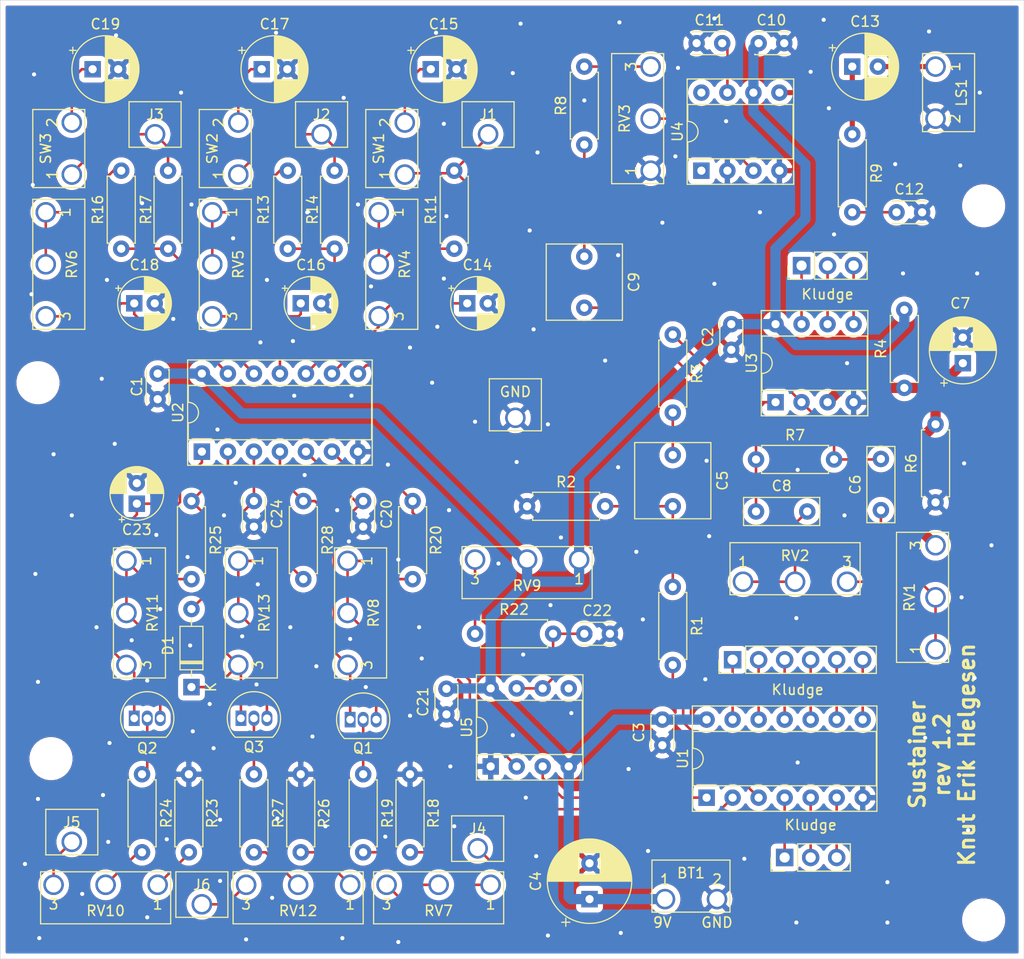
<source format=kicad_pcb>
(kicad_pcb (version 20171130) (host pcbnew 5.1.5-52549c5~84~ubuntu18.04.1)
  (layers (0 F.Cu signal) (31 B.Cu signal) (34 B.Paste user) (35 F.Paste user) (36 B.SilkS user) (37 F.SilkS user) (38 B.Mask user) (39 F.Mask user) (44 Edge.Cuts user))
  (net 0 "")
  (net 1 GND)
  (net 2 +9V)
  (net 3 "Net-(C5-Pad1)")
  (net 4 "Net-(C5-Pad2)")
  (net 5 "Net-(C6-Pad2)")
  (net 6 "Net-(C6-Pad1)")
  (net 7 "Net-(C7-Pad1)")
  (net 8 "Net-(C8-Pad1)")
  (net 9 "Net-(C8-Pad2)")
  (net 10 /Output/input)
  (net 11 "Net-(C11-Pad2)")
  (net 12 "Net-(C12-Pad1)")
  (net 13 "Net-(C13-Pad1)")
  (net 14 "Net-(C13-Pad2)")
  (net 15 "Net-(C14-Pad1)")
  (net 16 "Net-(C15-Pad1)")
  (net 17 "Net-(C16-Pad1)")
  (net 18 "Net-(C17-Pad1)")
  (net 19 "Net-(C18-Pad1)")
  (net 20 "Net-(C19-Pad1)")
  (net 21 "Net-(C20-Pad1)")
  (net 22 "Net-(C22-Pad1)")
  (net 23 "Net-(C23-Pad1)")
  (net 24 "Net-(C24-Pad1)")
  (net 25 "Net-(J1-Pad1)")
  (net 26 "Net-(J2-Pad1)")
  (net 27 "Net-(J3-Pad1)")
  (net 28 "Net-(J4-Pad1)")
  (net 29 "Net-(J5-Pad1)")
  (net 30 "Net-(J6-Pad1)")
  (net 31 "Net-(Q1-Pad2)")
  (net 32 "Net-(Q1-Pad3)")
  (net 33 "Net-(Q2-Pad2)")
  (net 34 "Net-(Q2-Pad3)")
  (net 35 "Net-(Q3-Pad3)")
  (net 36 "Net-(Q3-Pad2)")
  (net 37 /Filter/input)
  (net 38 "Net-(R8-Pad1)")
  (net 39 "Net-(R13-Pad1)")
  (net 40 "Net-(R16-Pad1)")
  (net 41 "Net-(R18-Pad1)")
  (net 42 "Net-(R19-Pad2)")
  (net 43 "Net-(R20-Pad1)")
  (net 44 "Net-(R23-Pad1)")
  (net 45 "Net-(R24-Pad2)")
  (net 46 "Net-(R26-Pad1)")
  (net 47 "Net-(R27-Pad2)")
  (net 48 /Oscillator2/output)
  (net 49 "Net-(RV3-Pad2)")
  (net 50 /Oscillator1/output)
  (net 51 "Net-(U4-Pad1)")
  (net 52 "Net-(U4-Pad8)")
  (net 53 "Net-(U5-Pad5)")
  (net 54 "Net-(R11-Pad2)")
  (net 55 "Net-(R13-Pad2)")
  (net 56 "Net-(R16-Pad2)")
  (net 57 "Net-(R22-Pad1)")
  (net 58 "Net-(D1-Pad2)")
  (module Mine:Connector_3x1_1.5mm (layer F.Cu) (at 171.704 116.586 90)
    (fp_text reference RV1 (at 0 -2.54 90) (layer F.SilkS))
    (fp_text value 100k)
    (fp_text user 1 (at -5.08 -1.905 90) (layer F.SilkS))
    (fp_text user 3 (at 5.08 -1.905 90) (layer F.SilkS))
    (pad 1 thru_hole circle (at -5.08 0 90) (size 2 2) (drill 1.5) (layers *.Cu *.Mask) (net 6 "Net-(C6-Pad1)"))
    (pad 2 thru_hole circle (at 0 0 90) (size 2 2) (drill 1.5) (layers *.Cu *.Mask) (net 6 "Net-(C6-Pad1)"))
    (pad 3 thru_hole circle (at 5.08 0 90) (size 2 2) (drill 1.5) (layers *.Cu *.Mask) (net 7 "Net-(C7-Pad1)"))
  )
  (module Mine:Connector_3x1_1.5mm (layer F.Cu) (at 92.71 118.11 270)
    (fp_text reference RV11 (at 0 -2.54 90) (layer F.SilkS))
    (fp_text value 100k)
    (fp_text user 1 (at -5.08 -1.905 90) (layer F.SilkS))
    (fp_text user 3 (at 5.08 -1.905 90) (layer F.SilkS))
    (pad 1 thru_hole circle (at -5.08 0 270) (size 2 2) (drill 1.5) (layers *.Cu *.Mask) (net 34 "Net-(Q2-Pad3)"))
    (pad 2 thru_hole circle (at 0 0 270) (size 2 2) (drill 1.5) (layers *.Cu *.Mask) (net 34 "Net-(Q2-Pad3)"))
    (pad 3 thru_hole circle (at 5.08 0 270) (size 2 2) (drill 1.5) (layers *.Cu *.Mask) (net 23 "Net-(C23-Pad1)"))
  )
  (module MountingHole:MountingHole_3.2mm_M3 (layer F.Cu) (at 176.403 78.359)
    (fp_text reference REF** hide)
    (fp_text value MountingHole_3.2mm_M3 hide)
    (pad 1 np_thru_hole circle (at 0 0) (size 3.2 3.2) (drill 3.2) (layers *.Cu *.Mask))
  )
  (module Mine:Connector_1x1_1.5mm (layer F.Cu) (at 130.683 99.06)
    (fp_text reference GND (at 0 -2.54) (layer F.SilkS))
    (fp_text value Connector_1x1_1.5mm)
    (pad 1 thru_hole circle (at 0 0) (size 2 2) (drill 1.5) (layers *.Cu *.Mask) (net 1 GND))
  )
  (module Connector_PinHeader_2.54mm:PinHeader_1x03_P2.54mm_Vertical (layer F.Cu) (at 158.623 84.201 90)
    (fp_text reference REF** hide)
    (fp_text value PinHeader_1x03_P2.54mm_Vertical hide)
    (pad 3 thru_hole oval (at 0 5.08 90) (size 1.7 1.7) (drill 1) (layers *.Cu *.Mask))
    (pad 2 thru_hole oval (at 0 2.54 90) (size 1.7 1.7) (drill 1) (layers *.Cu *.Mask))
    (pad 1 thru_hole rect (at 0 0 90) (size 1.7 1.7) (drill 1) (layers *.Cu *.Mask))
  )
  (module MountingHole:MountingHole_3.2mm_M3 (layer F.Cu) (at 176.403 148.082)
    (fp_text reference REF** hide)
    (fp_text value MountingHole_3.2mm_M3 hide)
    (pad 1 np_thru_hole circle (at 0 0) (size 3.2 3.2) (drill 3.2) (layers *.Cu *.Mask))
  )
  (module MountingHole:MountingHole_3.2mm_M3 (layer F.Cu) (at 84.074 95.631)
    (fp_text reference REF** hide)
    (fp_text value MountingHole_3.2mm_M3 hide)
    (pad 1 np_thru_hole circle (at 0 0) (size 3.2 3.2) (drill 3.2) (layers *.Cu *.Mask))
  )
  (module Connector_PinHeader_2.54mm:PinHeader_1x03_P2.54mm_Vertical (layer F.Cu) (at 156.972 141.986 90)
    (fp_text reference REF** hide)
    (fp_text value PinHeader_1x03_P2.54mm_Vertical hide)
    (pad 3 thru_hole oval (at 0 5.08 90) (size 1.7 1.7) (drill 1) (layers *.Cu *.Mask))
    (pad 2 thru_hole oval (at 0 2.54 90) (size 1.7 1.7) (drill 1) (layers *.Cu *.Mask))
    (pad 1 thru_hole rect (at 0 0 90) (size 1.7 1.7) (drill 1) (layers *.Cu *.Mask))
  )
  (module Connector_PinHeader_2.54mm:PinHeader_1x06_P2.54mm_Vertical (layer F.Cu) (at 151.892 122.682 90)
    (fp_text reference REF** hide)
    (fp_text value PinHeader_1x06_P2.54mm_Vertical hide)
    (pad 6 thru_hole oval (at 0 12.7 90) (size 1.7 1.7) (drill 1) (layers *.Cu *.Mask))
    (pad 5 thru_hole oval (at 0 10.16 90) (size 1.7 1.7) (drill 1) (layers *.Cu *.Mask))
    (pad 4 thru_hole oval (at 0 7.62 90) (size 1.7 1.7) (drill 1) (layers *.Cu *.Mask))
    (pad 3 thru_hole oval (at 0 5.08 90) (size 1.7 1.7) (drill 1) (layers *.Cu *.Mask))
    (pad 2 thru_hole oval (at 0 2.54 90) (size 1.7 1.7) (drill 1) (layers *.Cu *.Mask))
    (pad 1 thru_hole rect (at 0 0 90) (size 1.7 1.7) (drill 1) (layers *.Cu *.Mask))
  )
  (module MountingHole:MountingHole_3.2mm_M3 (layer F.Cu) (at 85.344 132.334)
    (fp_text reference REF** hide)
    (fp_text value MountingHole_3.2mm_M3 hide)
    (pad 1 np_thru_hole circle (at 0 0) (size 3.2 3.2) (drill 3.2) (layers *.Cu *.Mask))
  )
  (module Capacitor_THT:C_Disc_D3.0mm_W2.0mm_P2.50mm (layer F.Cu) (at 95.758 94.742 270)
    (fp_text reference C1 (at 1.27 2.032 90) (layer F.SilkS))
    (fp_text value 0.1u)
    (pad 2 thru_hole circle (at 2.5 0 270) (size 1.6 1.6) (drill 0.8) (layers *.Cu *.Mask) (net 1 GND))
    (pad 1 thru_hole circle (at 0 0 270) (size 1.6 1.6) (drill 0.8) (layers *.Cu *.Mask) (net 2 +9V))
  )
  (module Capacitor_THT:C_Disc_D3.0mm_W2.0mm_P2.50mm (layer F.Cu) (at 151.765 89.916 270)
    (fp_text reference C2 (at 1.27 2.286 90) (layer F.SilkS))
    (fp_text value 0.1u)
    (pad 1 thru_hole circle (at 0 0 270) (size 1.6 1.6) (drill 0.8) (layers *.Cu *.Mask) (net 2 +9V))
    (pad 2 thru_hole circle (at 2.5 0 270) (size 1.6 1.6) (drill 0.8) (layers *.Cu *.Mask) (net 1 GND))
  )
  (module Capacitor_THT:C_Disc_D3.0mm_W2.0mm_P2.50mm (layer F.Cu) (at 145.034 128.524 270)
    (fp_text reference C3 (at 1.25 2.286 90) (layer F.SilkS))
    (fp_text value 0.1u)
    (pad 2 thru_hole circle (at 2.5 0 270) (size 1.6 1.6) (drill 0.8) (layers *.Cu *.Mask) (net 1 GND))
    (pad 1 thru_hole circle (at 0 0 270) (size 1.6 1.6) (drill 0.8) (layers *.Cu *.Mask) (net 2 +9V))
  )
  (module Capacitor_THT:CP_Radial_D8.0mm_P3.50mm (layer F.Cu) (at 137.922 146.05 90)
    (fp_text reference C4 (at 1.75 -5.25 90) (layer F.SilkS))
    (fp_text value 470u)
    (pad 1 thru_hole rect (at 0 0 90) (size 1.6 1.6) (drill 0.8) (layers *.Cu *.Mask) (net 2 +9V))
    (pad 2 thru_hole circle (at 3.5 0 90) (size 1.6 1.6) (drill 0.8) (layers *.Cu *.Mask) (net 1 GND))
  )
  (module Capacitor_THT:C_Rect_L7.2mm_W7.2mm_P5.00mm_FKS2_FKP2_MKS2_MKP2 (layer F.Cu) (at 146.05 102.696 270)
    (fp_text reference C5 (at 2.5 -4.85 90) (layer F.SilkS))
    (fp_text value 1u hide)
    (pad 1 thru_hole circle (at 0 0 270) (size 1.6 1.6) (drill 0.8) (layers *.Cu *.Mask) (net 3 "Net-(C5-Pad1)"))
    (pad 2 thru_hole circle (at 5 0 270) (size 1.6 1.6) (drill 0.8) (layers *.Cu *.Mask) (net 4 "Net-(C5-Pad2)"))
  )
  (module Capacitor_THT:C_Rect_L7.2mm_W2.5mm_P5.00mm_FKS2_FKP2_MKS2_MKP2 (layer F.Cu) (at 166.37 108.077 90)
    (fp_text reference C6 (at 2.5 -2.5 90) (layer F.SilkS))
    (fp_text value 0.001u)
    (pad 2 thru_hole circle (at 5 0 90) (size 1.6 1.6) (drill 0.8) (layers *.Cu *.Mask) (net 5 "Net-(C6-Pad2)"))
    (pad 1 thru_hole circle (at 0 0 90) (size 1.6 1.6) (drill 0.8) (layers *.Cu *.Mask) (net 6 "Net-(C6-Pad1)"))
  )
  (module Capacitor_THT:CP_Radial_D6.3mm_P2.50mm (layer F.Cu) (at 174.371 93.726 90)
    (fp_text reference C7 (at 5.842 -0.254 180) (layer F.SilkS))
    (fp_text value 220u hide)
    (pad 2 thru_hole circle (at 2.5 0 90) (size 1.6 1.6) (drill 0.8) (layers *.Cu *.Mask) (net 1 GND))
    (pad 1 thru_hole rect (at 0 0 90) (size 1.6 1.6) (drill 0.8) (layers *.Cu *.Mask) (net 7 "Net-(C7-Pad1)"))
  )
  (module Capacitor_THT:C_Rect_L7.2mm_W2.5mm_P5.00mm_FKS2_FKP2_MKS2_MKP2 (layer F.Cu) (at 154.178 108.204)
    (fp_text reference C8 (at 2.5 -2.5) (layer F.SilkS))
    (fp_text value 0.001u hide)
    (pad 1 thru_hole circle (at 0 0) (size 1.6 1.6) (drill 0.8) (layers *.Cu *.Mask) (net 8 "Net-(C8-Pad1)"))
    (pad 2 thru_hole circle (at 5 0) (size 1.6 1.6) (drill 0.8) (layers *.Cu *.Mask) (net 9 "Net-(C8-Pad2)"))
  )
  (module Capacitor_THT:C_Rect_L7.2mm_W7.2mm_P5.00mm_FKS2_FKP2_MKS2_MKP2 (layer F.Cu) (at 137.414 83.312 270)
    (fp_text reference C9 (at 2.5 -4.85 90) (layer F.SilkS))
    (fp_text value 1u)
    (pad 2 thru_hole circle (at 5 0 270) (size 1.6 1.6) (drill 0.8) (layers *.Cu *.Mask) (net 8 "Net-(C8-Pad1)"))
    (pad 1 thru_hole circle (at 0 0 270) (size 1.6 1.6) (drill 0.8) (layers *.Cu *.Mask) (net 10 /Output/input))
  )
  (module Capacitor_THT:C_Disc_D3.0mm_W2.0mm_P2.50mm (layer F.Cu) (at 154.432 62.484)
    (fp_text reference C10 (at 1.25 -2.25) (layer F.SilkS))
    (fp_text value 0.1u)
    (pad 2 thru_hole circle (at 2.5 0) (size 1.6 1.6) (drill 0.8) (layers *.Cu *.Mask) (net 1 GND))
    (pad 1 thru_hole circle (at 0 0) (size 1.6 1.6) (drill 0.8) (layers *.Cu *.Mask) (net 2 +9V))
  )
  (module Capacitor_THT:C_Disc_D3.0mm_W2.0mm_P2.50mm (layer F.Cu) (at 148.376 62.484)
    (fp_text reference C11 (at 1.25 -2.25) (layer F.SilkS))
    (fp_text value 0.1u)
    (pad 1 thru_hole circle (at 0 0) (size 1.6 1.6) (drill 0.8) (layers *.Cu *.Mask) (net 1 GND))
    (pad 2 thru_hole circle (at 2.5 0) (size 1.6 1.6) (drill 0.8) (layers *.Cu *.Mask) (net 11 "Net-(C11-Pad2)"))
  )
  (module Capacitor_THT:C_Disc_D3.0mm_W2.0mm_P2.50mm (layer F.Cu) (at 167.894 78.994)
    (fp_text reference C12 (at 1.25 -2.25) (layer F.SilkS))
    (fp_text value 0.047u)
    (pad 1 thru_hole circle (at 0 0) (size 1.6 1.6) (drill 0.8) (layers *.Cu *.Mask) (net 12 "Net-(C12-Pad1)"))
    (pad 2 thru_hole circle (at 2.5 0) (size 1.6 1.6) (drill 0.8) (layers *.Cu *.Mask) (net 1 GND))
  )
  (module Capacitor_THT:CP_Radial_D6.3mm_P2.50mm (layer F.Cu) (at 163.576 64.77)
    (fp_text reference C13 (at 1.25 -4.4) (layer F.SilkS))
    (fp_text value 220u)
    (pad 1 thru_hole rect (at 0 0) (size 1.6 1.6) (drill 0.8) (layers *.Cu *.Mask) (net 13 "Net-(C13-Pad1)"))
    (pad 2 thru_hole circle (at 2.5 0) (size 1.6 1.6) (drill 0.8) (layers *.Cu *.Mask) (net 14 "Net-(C13-Pad2)"))
  )
  (module Capacitor_THT:CP_Radial_D5.0mm_P2.00mm (layer F.Cu) (at 125.984 87.884)
    (fp_text reference C14 (at 1 -3.75) (layer F.SilkS))
    (fp_text value 1u)
    (pad 2 thru_hole circle (at 2 0) (size 1.6 1.6) (drill 0.8) (layers *.Cu *.Mask) (net 1 GND))
    (pad 1 thru_hole rect (at 0 0) (size 1.6 1.6) (drill 0.8) (layers *.Cu *.Mask) (net 15 "Net-(C14-Pad1)"))
  )
  (module Capacitor_THT:CP_Radial_D6.3mm_P2.50mm (layer F.Cu) (at 122.428 65.024)
    (fp_text reference C15 (at 1.25 -4.4) (layer F.SilkS))
    (fp_text value 220u)
    (pad 2 thru_hole circle (at 2.5 0) (size 1.6 1.6) (drill 0.8) (layers *.Cu *.Mask) (net 1 GND))
    (pad 1 thru_hole rect (at 0 0) (size 1.6 1.6) (drill 0.8) (layers *.Cu *.Mask) (net 16 "Net-(C15-Pad1)"))
  )
  (module Capacitor_THT:CP_Radial_D5.0mm_P2.00mm (layer F.Cu) (at 109.728 87.884)
    (fp_text reference C16 (at 1 -3.75) (layer F.SilkS))
    (fp_text value 10u)
    (pad 1 thru_hole rect (at 0 0) (size 1.6 1.6) (drill 0.8) (layers *.Cu *.Mask) (net 17 "Net-(C16-Pad1)"))
    (pad 2 thru_hole circle (at 2 0) (size 1.6 1.6) (drill 0.8) (layers *.Cu *.Mask) (net 1 GND))
  )
  (module Capacitor_THT:CP_Radial_D6.3mm_P2.50mm (layer F.Cu) (at 105.918 65.024)
    (fp_text reference C17 (at 1.25 -4.4) (layer F.SilkS))
    (fp_text value 220u)
    (pad 1 thru_hole rect (at 0 0) (size 1.6 1.6) (drill 0.8) (layers *.Cu *.Mask) (net 18 "Net-(C17-Pad1)"))
    (pad 2 thru_hole circle (at 2.5 0) (size 1.6 1.6) (drill 0.8) (layers *.Cu *.Mask) (net 1 GND))
  )
  (module Capacitor_THT:CP_Radial_D5.0mm_P2.00mm (layer F.Cu) (at 93.472 87.884)
    (fp_text reference C18 (at 1 -3.75) (layer F.SilkS))
    (fp_text value 22u)
    (pad 2 thru_hole circle (at 2 0) (size 1.6 1.6) (drill 0.8) (layers *.Cu *.Mask) (net 1 GND))
    (pad 1 thru_hole rect (at 0 0) (size 1.6 1.6) (drill 0.8) (layers *.Cu *.Mask) (net 19 "Net-(C18-Pad1)"))
  )
  (module Capacitor_THT:CP_Radial_D6.3mm_P2.50mm (layer F.Cu) (at 89.408 65.024)
    (fp_text reference C19 (at 1.25 -4.4) (layer F.SilkS))
    (fp_text value 220u)
    (pad 1 thru_hole rect (at 0 0) (size 1.6 1.6) (drill 0.8) (layers *.Cu *.Mask) (net 20 "Net-(C19-Pad1)"))
    (pad 2 thru_hole circle (at 2.5 0) (size 1.6 1.6) (drill 0.8) (layers *.Cu *.Mask) (net 1 GND))
  )
  (module Capacitor_THT:C_Disc_D3.0mm_W2.0mm_P2.50mm (layer F.Cu) (at 115.824 107.188 270)
    (fp_text reference C20 (at 1.27 -2.286 90) (layer F.SilkS))
    (fp_text value 0.1u)
    (pad 2 thru_hole circle (at 2.5 0 270) (size 1.6 1.6) (drill 0.8) (layers *.Cu *.Mask) (net 1 GND))
    (pad 1 thru_hole circle (at 0 0 270) (size 1.6 1.6) (drill 0.8) (layers *.Cu *.Mask) (net 21 "Net-(C20-Pad1)"))
  )
  (module Capacitor_THT:C_Disc_D3.0mm_W2.0mm_P2.50mm (layer F.Cu) (at 123.952 125.516 270)
    (fp_text reference C21 (at 1.27 2.286 270) (layer F.SilkS))
    (fp_text value 0.1u)
    (pad 1 thru_hole circle (at 0 0 270) (size 1.6 1.6) (drill 0.8) (layers *.Cu *.Mask) (net 2 +9V))
    (pad 2 thru_hole circle (at 2.5 0 270) (size 1.6 1.6) (drill 0.8) (layers *.Cu *.Mask) (net 1 GND))
  )
  (module Capacitor_THT:C_Disc_D3.0mm_W2.0mm_P2.50mm (layer F.Cu) (at 137.414 120.142)
    (fp_text reference C22 (at 1.25 -2.25) (layer F.SilkS))
    (fp_text value 0.1u)
    (pad 1 thru_hole circle (at 0 0) (size 1.6 1.6) (drill 0.8) (layers *.Cu *.Mask) (net 22 "Net-(C22-Pad1)"))
    (pad 2 thru_hole circle (at 2.5 0) (size 1.6 1.6) (drill 0.8) (layers *.Cu *.Mask) (net 1 GND))
  )
  (module Capacitor_THT:CP_Radial_D5.0mm_P2.00mm (layer F.Cu) (at 93.726 107.442 90)
    (fp_text reference C23 (at -2.54 0) (layer F.SilkS))
    (fp_text value 1u)
    (pad 1 thru_hole rect (at 0 0 90) (size 1.6 1.6) (drill 0.8) (layers *.Cu *.Mask) (net 23 "Net-(C23-Pad1)"))
    (pad 2 thru_hole circle (at 2 0 90) (size 1.6 1.6) (drill 0.8) (layers *.Cu *.Mask) (net 1 GND))
  )
  (module Capacitor_THT:C_Disc_D3.0mm_W2.0mm_P2.50mm (layer F.Cu) (at 105.156 107.188 270)
    (fp_text reference C24 (at 1.25 -2.25 90) (layer F.SilkS))
    (fp_text value 0.1u)
    (pad 2 thru_hole circle (at 2.5 0 270) (size 1.6 1.6) (drill 0.8) (layers *.Cu *.Mask) (net 1 GND))
    (pad 1 thru_hole circle (at 0 0 270) (size 1.6 1.6) (drill 0.8) (layers *.Cu *.Mask) (net 24 "Net-(C24-Pad1)"))
  )
  (module Diode_THT:D_DO-35_SOD27_P7.62mm_Horizontal (layer F.Cu) (at 99.06 125.349 90)
    (fp_text reference D1 (at 4.064 -2.286 90) (layer F.SilkS))
    (fp_text value 1N914)
    (fp_text user K (at 0 1.905 90) (layer F.SilkS))
    (pad 1 thru_hole rect (at 0 0 90) (size 1.6 1.6) (drill 0.8) (layers *.Cu *.Mask) (net 24 "Net-(C24-Pad1)"))
    (pad 2 thru_hole oval (at 7.62 0 90) (size 1.6 1.6) (drill 0.8) (layers *.Cu *.Mask) (net 58 "Net-(D1-Pad2)"))
  )
  (module Mine:Connector_1x1_1.5mm (layer F.Cu) (at 128.016 71.374)
    (fp_text reference J1 (at 0 -1.905) (layer F.SilkS))
    (fp_text value Conn_01x01)
    (pad 1 thru_hole circle (at 0 0) (size 2 2) (drill 1.5) (layers *.Cu *.Mask) (net 25 "Net-(J1-Pad1)"))
  )
  (module Mine:Connector_1x1_1.5mm (layer F.Cu) (at 111.76 71.374)
    (fp_text reference J2 (at 0 -1.905) (layer F.SilkS))
    (fp_text value Conn_01x01)
    (pad 1 thru_hole circle (at 0 0) (size 2 2) (drill 1.5) (layers *.Cu *.Mask) (net 26 "Net-(J2-Pad1)"))
  )
  (module Mine:Connector_1x1_1.5mm (layer F.Cu) (at 95.504 71.374)
    (fp_text reference J3 (at 0 -1.905) (layer F.SilkS))
    (fp_text value Conn_01x01)
    (pad 1 thru_hole circle (at 0 0) (size 2 2) (drill 1.5) (layers *.Cu *.Mask) (net 27 "Net-(J3-Pad1)"))
  )
  (module Mine:Connector_1x1_1.5mm (layer F.Cu) (at 127 141.097)
    (fp_text reference J4 (at 0 -1.905) (layer F.SilkS))
    (fp_text value Conn_01x01)
    (pad 1 thru_hole circle (at 0 0) (size 2 2) (drill 1.5) (layers *.Cu *.Mask) (net 28 "Net-(J4-Pad1)"))
  )
  (module Mine:Connector_1x1_1.5mm (layer F.Cu) (at 87.376 140.462)
    (fp_text reference J5 (at 0 -1.905) (layer F.SilkS))
    (fp_text value Conn_01x01)
    (pad 1 thru_hole circle (at 0 0) (size 2 2) (drill 1.5) (layers *.Cu *.Mask) (net 29 "Net-(J5-Pad1)"))
  )
  (module Mine:Connector_1x1_1.5mm (layer F.Cu) (at 100.076 146.558)
    (fp_text reference J6 (at 0 -1.905) (layer F.SilkS))
    (fp_text value Conn_01x01)
    (pad 1 thru_hole circle (at 0 0) (size 2 2) (drill 1.5) (layers *.Cu *.Mask) (net 30 "Net-(J6-Pad1)"))
  )
  (module Package_TO_SOT_THT:TO-92_Inline (layer F.Cu) (at 114.554 128.524)
    (fp_text reference Q1 (at 1.27 2.794) (layer F.SilkS))
    (fp_text value 2N3904)
    (pad 2 thru_hole oval (at 1.27 0) (size 1.05 1.5) (drill 0.75) (layers *.Cu *.Mask) (net 31 "Net-(Q1-Pad2)"))
    (pad 3 thru_hole oval (at 2.54 0) (size 1.05 1.5) (drill 0.75) (layers *.Cu *.Mask) (net 32 "Net-(Q1-Pad3)"))
    (pad 1 thru_hole rect (at 0 0) (size 1.05 1.5) (drill 0.75) (layers *.Cu *.Mask) (net 21 "Net-(C20-Pad1)"))
  )
  (module Package_TO_SOT_THT:TO-92_Inline (layer F.Cu) (at 93.472 128.397)
    (fp_text reference Q2 (at 1.27 2.921) (layer F.SilkS))
    (fp_text value 2N3904)
    (pad 2 thru_hole oval (at 1.27 0) (size 1.05 1.5) (drill 0.75) (layers *.Cu *.Mask) (net 33 "Net-(Q2-Pad2)"))
    (pad 3 thru_hole oval (at 2.54 0) (size 1.05 1.5) (drill 0.75) (layers *.Cu *.Mask) (net 34 "Net-(Q2-Pad3)"))
    (pad 1 thru_hole rect (at 0 0) (size 1.05 1.5) (drill 0.75) (layers *.Cu *.Mask) (net 23 "Net-(C23-Pad1)"))
  )
  (module Package_TO_SOT_THT:TO-92_Inline (layer F.Cu) (at 103.886 128.397)
    (fp_text reference Q3 (at 1.27 2.794) (layer F.SilkS))
    (fp_text value 2N3904)
    (pad 1 thru_hole rect (at 0 0) (size 1.05 1.5) (drill 0.75) (layers *.Cu *.Mask) (net 24 "Net-(C24-Pad1)"))
    (pad 3 thru_hole oval (at 2.54 0) (size 1.05 1.5) (drill 0.75) (layers *.Cu *.Mask) (net 35 "Net-(Q3-Pad3)"))
    (pad 2 thru_hole oval (at 1.27 0) (size 1.05 1.5) (drill 0.75) (layers *.Cu *.Mask) (net 36 "Net-(Q3-Pad2)"))
  )
  (module Resistor_THT:R_Axial_DIN0207_L6.3mm_D2.5mm_P7.62mm_Horizontal (layer F.Cu) (at 146.05 115.57 270)
    (fp_text reference R1 (at 3.81 -2.37 90) (layer F.SilkS))
    (fp_text value 15k)
    (pad 1 thru_hole circle (at 0 0 270) (size 1.6 1.6) (drill 0.8) (layers *.Cu *.Mask) (net 4 "Net-(C5-Pad2)"))
    (pad 2 thru_hole oval (at 7.62 0 270) (size 1.6 1.6) (drill 0.8) (layers *.Cu *.Mask) (net 37 /Filter/input))
  )
  (module Resistor_THT:R_Axial_DIN0207_L6.3mm_D2.5mm_P7.62mm_Horizontal (layer F.Cu) (at 131.826 107.696)
    (fp_text reference R2 (at 3.81 -2.37) (layer F.SilkS))
    (fp_text value 8.2k hide)
    (pad 2 thru_hole oval (at 7.62 0) (size 1.6 1.6) (drill 0.8) (layers *.Cu *.Mask) (net 4 "Net-(C5-Pad2)"))
    (pad 1 thru_hole circle (at 0 0) (size 1.6 1.6) (drill 0.8) (layers *.Cu *.Mask) (net 1 GND))
  )
  (module Resistor_THT:R_Axial_DIN0207_L6.3mm_D2.5mm_P7.62mm_Horizontal (layer F.Cu) (at 146.05 90.932 270)
    (fp_text reference R3 (at 3.81 -2.37 90) (layer F.SilkS))
    (fp_text value 4.7M)
    (pad 2 thru_hole oval (at 7.62 0 270) (size 1.6 1.6) (drill 0.8) (layers *.Cu *.Mask) (net 3 "Net-(C5-Pad1)"))
    (pad 1 thru_hole circle (at 0 0 270) (size 1.6 1.6) (drill 0.8) (layers *.Cu *.Mask) (net 5 "Net-(C6-Pad2)"))
  )
  (module Resistor_THT:R_Axial_DIN0207_L6.3mm_D2.5mm_P7.62mm_Horizontal (layer F.Cu) (at 168.656 96.139 90)
    (fp_text reference R4 (at 3.81 -2.286 90) (layer F.SilkS))
    (fp_text value 100k hide)
    (pad 2 thru_hole oval (at 7.62 0 90) (size 1.6 1.6) (drill 0.8) (layers *.Cu *.Mask) (net 2 +9V))
    (pad 1 thru_hole circle (at 0 0 90) (size 1.6 1.6) (drill 0.8) (layers *.Cu *.Mask) (net 7 "Net-(C7-Pad1)"))
  )
  (module Resistor_THT:R_Axial_DIN0207_L6.3mm_D2.5mm_P7.62mm_Horizontal (layer F.Cu) (at 171.704 107.315 90)
    (fp_text reference R6 (at 3.81 -2.37 90) (layer F.SilkS))
    (fp_text value 100k hide)
    (pad 1 thru_hole circle (at 0 0 90) (size 1.6 1.6) (drill 0.8) (layers *.Cu *.Mask) (net 1 GND))
    (pad 2 thru_hole oval (at 7.62 0 90) (size 1.6 1.6) (drill 0.8) (layers *.Cu *.Mask) (net 7 "Net-(C7-Pad1)"))
  )
  (module Resistor_THT:R_Axial_DIN0207_L6.3mm_D2.5mm_P7.62mm_Horizontal (layer F.Cu) (at 154.178 103.124)
    (fp_text reference R7 (at 3.81 -2.37) (layer F.SilkS))
    (fp_text value 4.7M hide)
    (pad 1 thru_hole circle (at 0 0) (size 1.6 1.6) (drill 0.8) (layers *.Cu *.Mask) (net 8 "Net-(C8-Pad1)"))
    (pad 2 thru_hole oval (at 7.62 0) (size 1.6 1.6) (drill 0.8) (layers *.Cu *.Mask) (net 5 "Net-(C6-Pad2)"))
  )
  (module Resistor_THT:R_Axial_DIN0207_L6.3mm_D2.5mm_P7.62mm_Horizontal (layer F.Cu) (at 137.414 64.77 270)
    (fp_text reference R8 (at 3.81 2.286 90) (layer F.SilkS))
    (fp_text value 330k)
    (pad 1 thru_hole circle (at 0 0 270) (size 1.6 1.6) (drill 0.8) (layers *.Cu *.Mask) (net 38 "Net-(R8-Pad1)"))
    (pad 2 thru_hole oval (at 7.62 0 270) (size 1.6 1.6) (drill 0.8) (layers *.Cu *.Mask) (net 10 /Output/input))
  )
  (module Resistor_THT:R_Axial_DIN0207_L6.3mm_D2.5mm_P7.62mm_Horizontal (layer F.Cu) (at 163.576 71.374 270)
    (fp_text reference R9 (at 3.81 -2.37 90) (layer F.SilkS))
    (fp_text value 10)
    (pad 1 thru_hole circle (at 0 0 270) (size 1.6 1.6) (drill 0.8) (layers *.Cu *.Mask) (net 13 "Net-(C13-Pad1)"))
    (pad 2 thru_hole oval (at 7.62 0 270) (size 1.6 1.6) (drill 0.8) (layers *.Cu *.Mask) (net 12 "Net-(C12-Pad1)"))
  )
  (module Resistor_THT:R_Axial_DIN0207_L6.3mm_D2.5mm_P7.62mm_Horizontal (layer F.Cu) (at 124.714 74.93 270)
    (fp_text reference R11 (at 3.81 2.286 90) (layer F.SilkS))
    (fp_text value 10k)
    (pad 1 thru_hole circle (at 0 0 270) (size 1.6 1.6) (drill 0.8) (layers *.Cu *.Mask) (net 25 "Net-(J1-Pad1)"))
    (pad 2 thru_hole oval (at 7.62 0 270) (size 1.6 1.6) (drill 0.8) (layers *.Cu *.Mask) (net 54 "Net-(R11-Pad2)"))
  )
  (module Resistor_THT:R_Axial_DIN0207_L6.3mm_D2.5mm_P7.62mm_Horizontal (layer F.Cu) (at 108.458 82.55 90)
    (fp_text reference R13 (at 3.81 -2.37 90) (layer F.SilkS))
    (fp_text value 10k hide)
    (pad 2 thru_hole oval (at 7.62 0 90) (size 1.6 1.6) (drill 0.8) (layers *.Cu *.Mask) (net 55 "Net-(R13-Pad2)"))
    (pad 1 thru_hole circle (at 0 0 90) (size 1.6 1.6) (drill 0.8) (layers *.Cu *.Mask) (net 39 "Net-(R13-Pad1)"))
  )
  (module Resistor_THT:R_Axial_DIN0207_L6.3mm_D2.5mm_P7.62mm_Horizontal (layer F.Cu) (at 113.03 74.93 270)
    (fp_text reference R14 (at 3.81 2.159 90) (layer F.SilkS))
    (fp_text value 470)
    (pad 2 thru_hole oval (at 7.62 0 270) (size 1.6 1.6) (drill 0.8) (layers *.Cu *.Mask) (net 39 "Net-(R13-Pad1)"))
    (pad 1 thru_hole circle (at 0 0 270) (size 1.6 1.6) (drill 0.8) (layers *.Cu *.Mask) (net 26 "Net-(J2-Pad1)"))
  )
  (module Resistor_THT:R_Axial_DIN0207_L6.3mm_D2.5mm_P7.62mm_Horizontal (layer F.Cu) (at 92.202 82.55 90)
    (fp_text reference R16 (at 3.81 -2.286 90) (layer F.SilkS))
    (fp_text value 10k)
    (pad 1 thru_hole circle (at 0 0 90) (size 1.6 1.6) (drill 0.8) (layers *.Cu *.Mask) (net 40 "Net-(R16-Pad1)"))
    (pad 2 thru_hole oval (at 7.62 0 90) (size 1.6 1.6) (drill 0.8) (layers *.Cu *.Mask) (net 56 "Net-(R16-Pad2)"))
  )
  (module Resistor_THT:R_Axial_DIN0207_L6.3mm_D2.5mm_P7.62mm_Horizontal (layer F.Cu) (at 96.774 74.93 270)
    (fp_text reference R17 (at 3.81 2.159 90) (layer F.SilkS))
    (fp_text value 1k)
    (pad 1 thru_hole circle (at 0 0 270) (size 1.6 1.6) (drill 0.8) (layers *.Cu *.Mask) (net 27 "Net-(J3-Pad1)"))
    (pad 2 thru_hole oval (at 7.62 0 270) (size 1.6 1.6) (drill 0.8) (layers *.Cu *.Mask) (net 40 "Net-(R16-Pad1)"))
  )
  (module Resistor_THT:R_Axial_DIN0207_L6.3mm_D2.5mm_P7.62mm_Horizontal (layer F.Cu) (at 120.396 141.478 90)
    (fp_text reference R18 (at 3.81 2.286 90) (layer F.SilkS))
    (fp_text value 8.2k)
    (pad 1 thru_hole circle (at 0 0 90) (size 1.6 1.6) (drill 0.8) (layers *.Cu *.Mask) (net 41 "Net-(R18-Pad1)"))
    (pad 2 thru_hole oval (at 7.62 0 90) (size 1.6 1.6) (drill 0.8) (layers *.Cu *.Mask) (net 1 GND))
  )
  (module Resistor_THT:R_Axial_DIN0207_L6.3mm_D2.5mm_P7.62mm_Horizontal (layer F.Cu) (at 115.824 133.858 270)
    (fp_text reference R19 (at 3.81 -2.37 90) (layer F.SilkS))
    (fp_text value 100k)
    (pad 2 thru_hole oval (at 7.62 0 270) (size 1.6 1.6) (drill 0.8) (layers *.Cu *.Mask) (net 42 "Net-(R19-Pad2)"))
    (pad 1 thru_hole circle (at 0 0 270) (size 1.6 1.6) (drill 0.8) (layers *.Cu *.Mask) (net 31 "Net-(Q1-Pad2)"))
  )
  (module Resistor_THT:R_Axial_DIN0207_L6.3mm_D2.5mm_P7.62mm_Horizontal (layer F.Cu) (at 120.65 107.188 270)
    (fp_text reference R20 (at 3.81 -2.286 90) (layer F.SilkS))
    (fp_text value 10k)
    (pad 1 thru_hole circle (at 0 0 270) (size 1.6 1.6) (drill 0.8) (layers *.Cu *.Mask) (net 43 "Net-(R20-Pad1)"))
    (pad 2 thru_hole oval (at 7.62 0 270) (size 1.6 1.6) (drill 0.8) (layers *.Cu *.Mask) (net 32 "Net-(Q1-Pad3)"))
  )
  (module Resistor_THT:R_Axial_DIN0207_L6.3mm_D2.5mm_P7.62mm_Horizontal (layer F.Cu) (at 126.746 120.142)
    (fp_text reference R22 (at 3.81 -2.37) (layer F.SilkS))
    (fp_text value 22k)
    (pad 2 thru_hole oval (at 7.62 0) (size 1.6 1.6) (drill 0.8) (layers *.Cu *.Mask) (net 22 "Net-(C22-Pad1)"))
    (pad 1 thru_hole circle (at 0 0) (size 1.6 1.6) (drill 0.8) (layers *.Cu *.Mask) (net 57 "Net-(R22-Pad1)"))
  )
  (module Resistor_THT:R_Axial_DIN0207_L6.3mm_D2.5mm_P7.62mm_Horizontal (layer F.Cu) (at 98.806 141.478 90)
    (fp_text reference R23 (at 3.81 2.286 90) (layer F.SilkS))
    (fp_text value 8.2k)
    (pad 2 thru_hole oval (at 7.62 0 90) (size 1.6 1.6) (drill 0.8) (layers *.Cu *.Mask) (net 1 GND))
    (pad 1 thru_hole circle (at 0 0 90) (size 1.6 1.6) (drill 0.8) (layers *.Cu *.Mask) (net 44 "Net-(R23-Pad1)"))
  )
  (module Resistor_THT:R_Axial_DIN0207_L6.3mm_D2.5mm_P7.62mm_Horizontal (layer F.Cu) (at 94.234 133.858 270)
    (fp_text reference R24 (at 3.81 -2.37 90) (layer F.SilkS))
    (fp_text value 100k)
    (pad 2 thru_hole oval (at 7.62 0 270) (size 1.6 1.6) (drill 0.8) (layers *.Cu *.Mask) (net 45 "Net-(R24-Pad2)"))
    (pad 1 thru_hole circle (at 0 0 270) (size 1.6 1.6) (drill 0.8) (layers *.Cu *.Mask) (net 33 "Net-(Q2-Pad2)"))
  )
  (module Resistor_THT:R_Axial_DIN0207_L6.3mm_D2.5mm_P7.62mm_Horizontal (layer F.Cu) (at 99.06 107.188 270)
    (fp_text reference R25 (at 3.81 -2.37 90) (layer F.SilkS))
    (fp_text value 10k)
    (pad 1 thru_hole circle (at 0 0 270) (size 1.6 1.6) (drill 0.8) (layers *.Cu *.Mask) (net 58 "Net-(D1-Pad2)"))
    (pad 2 thru_hole oval (at 7.62 0 270) (size 1.6 1.6) (drill 0.8) (layers *.Cu *.Mask) (net 34 "Net-(Q2-Pad3)"))
  )
  (module Resistor_THT:R_Axial_DIN0207_L6.3mm_D2.5mm_P7.62mm_Horizontal (layer F.Cu) (at 109.728 141.478 90)
    (fp_text reference R26 (at 3.81 2.286 90) (layer F.SilkS))
    (fp_text value 8.2k)
    (pad 1 thru_hole circle (at 0 0 90) (size 1.6 1.6) (drill 0.8) (layers *.Cu *.Mask) (net 46 "Net-(R26-Pad1)"))
    (pad 2 thru_hole oval (at 7.62 0 90) (size 1.6 1.6) (drill 0.8) (layers *.Cu *.Mask) (net 1 GND))
  )
  (module Resistor_THT:R_Axial_DIN0207_L6.3mm_D2.5mm_P7.62mm_Horizontal (layer F.Cu) (at 105.156 133.858 270)
    (fp_text reference R27 (at 3.81 -2.37 90) (layer F.SilkS))
    (fp_text value 100k)
    (pad 2 thru_hole oval (at 7.62 0 270) (size 1.6 1.6) (drill 0.8) (layers *.Cu *.Mask) (net 47 "Net-(R27-Pad2)"))
    (pad 1 thru_hole circle (at 0 0 270) (size 1.6 1.6) (drill 0.8) (layers *.Cu *.Mask) (net 36 "Net-(Q3-Pad2)"))
  )
  (module Resistor_THT:R_Axial_DIN0207_L6.3mm_D2.5mm_P7.62mm_Horizontal (layer F.Cu) (at 109.982 107.188 270)
    (fp_text reference R28 (at 3.81 -2.37 90) (layer F.SilkS))
    (fp_text value 10k)
    (pad 2 thru_hole oval (at 7.62 0 270) (size 1.6 1.6) (drill 0.8) (layers *.Cu *.Mask) (net 35 "Net-(Q3-Pad3)"))
    (pad 1 thru_hole circle (at 0 0 270) (size 1.6 1.6) (drill 0.8) (layers *.Cu *.Mask) (net 48 /Oscillator2/output))
  )
  (module Package_DIP:DIP-14_W7.62mm_Socket (layer F.Cu) (at 149.352 136.144 90)
    (fp_text reference U1 (at 3.81 -2.33 90) (layer F.SilkS))
    (fp_text value 4070)
    (pad 14 thru_hole oval (at 7.62 0 90) (size 1.6 1.6) (drill 0.8) (layers *.Cu *.Mask) (net 2 +9V))
    (pad 7 thru_hole oval (at 0 15.24 90) (size 1.6 1.6) (drill 0.8) (layers *.Cu *.Mask) (net 1 GND))
    (pad 13 thru_hole oval (at 7.62 2.54 90) (size 1.6 1.6) (drill 0.8) (layers *.Cu *.Mask))
    (pad 6 thru_hole oval (at 0 12.7 90) (size 1.6 1.6) (drill 0.8) (layers *.Cu *.Mask))
    (pad 12 thru_hole oval (at 7.62 5.08 90) (size 1.6 1.6) (drill 0.8) (layers *.Cu *.Mask))
    (pad 5 thru_hole oval (at 0 10.16 90) (size 1.6 1.6) (drill 0.8) (layers *.Cu *.Mask))
    (pad 11 thru_hole oval (at 7.62 7.62 90) (size 1.6 1.6) (drill 0.8) (layers *.Cu *.Mask))
    (pad 4 thru_hole oval (at 0 7.62 90) (size 1.6 1.6) (drill 0.8) (layers *.Cu *.Mask))
    (pad 10 thru_hole oval (at 7.62 10.16 90) (size 1.6 1.6) (drill 0.8) (layers *.Cu *.Mask))
    (pad 3 thru_hole oval (at 0 5.08 90) (size 1.6 1.6) (drill 0.8) (layers *.Cu *.Mask) (net 37 /Filter/input))
    (pad 9 thru_hole oval (at 7.62 12.7 90) (size 1.6 1.6) (drill 0.8) (layers *.Cu *.Mask))
    (pad 2 thru_hole oval (at 0 2.54 90) (size 1.6 1.6) (drill 0.8) (layers *.Cu *.Mask) (net 48 /Oscillator2/output))
    (pad 8 thru_hole oval (at 7.62 15.24 90) (size 1.6 1.6) (drill 0.8) (layers *.Cu *.Mask))
    (pad 1 thru_hole rect (at 0 0 90) (size 1.6 1.6) (drill 0.8) (layers *.Cu *.Mask) (net 50 /Oscillator1/output))
  )
  (module Package_DIP:DIP-14_W7.62mm_Socket (layer F.Cu) (at 100.076 102.362 90)
    (fp_text reference U2 (at 3.81 -2.33 90) (layer F.SilkS))
    (fp_text value 40106)
    (pad 1 thru_hole rect (at 0 0 90) (size 1.6 1.6) (drill 0.8) (layers *.Cu *.Mask) (net 23 "Net-(C23-Pad1)"))
    (pad 8 thru_hole oval (at 7.62 15.24 90) (size 1.6 1.6) (drill 0.8) (layers *.Cu *.Mask) (net 25 "Net-(J1-Pad1)"))
    (pad 2 thru_hole oval (at 0 2.54 90) (size 1.6 1.6) (drill 0.8) (layers *.Cu *.Mask) (net 58 "Net-(D1-Pad2)"))
    (pad 9 thru_hole oval (at 7.62 12.7 90) (size 1.6 1.6) (drill 0.8) (layers *.Cu *.Mask) (net 15 "Net-(C14-Pad1)"))
    (pad 3 thru_hole oval (at 0 5.08 90) (size 1.6 1.6) (drill 0.8) (layers *.Cu *.Mask) (net 24 "Net-(C24-Pad1)"))
    (pad 10 thru_hole oval (at 7.62 10.16 90) (size 1.6 1.6) (drill 0.8) (layers *.Cu *.Mask) (net 39 "Net-(R13-Pad1)"))
    (pad 4 thru_hole oval (at 0 7.62 90) (size 1.6 1.6) (drill 0.8) (layers *.Cu *.Mask) (net 48 /Oscillator2/output))
    (pad 11 thru_hole oval (at 7.62 7.62 90) (size 1.6 1.6) (drill 0.8) (layers *.Cu *.Mask) (net 17 "Net-(C16-Pad1)"))
    (pad 5 thru_hole oval (at 0 10.16 90) (size 1.6 1.6) (drill 0.8) (layers *.Cu *.Mask) (net 21 "Net-(C20-Pad1)"))
    (pad 12 thru_hole oval (at 7.62 5.08 90) (size 1.6 1.6) (drill 0.8) (layers *.Cu *.Mask) (net 40 "Net-(R16-Pad1)"))
    (pad 6 thru_hole oval (at 0 12.7 90) (size 1.6 1.6) (drill 0.8) (layers *.Cu *.Mask) (net 43 "Net-(R20-Pad1)"))
    (pad 13 thru_hole oval (at 7.62 2.54 90) (size 1.6 1.6) (drill 0.8) (layers *.Cu *.Mask) (net 19 "Net-(C18-Pad1)"))
    (pad 7 thru_hole oval (at 0 15.24 90) (size 1.6 1.6) (drill 0.8) (layers *.Cu *.Mask) (net 1 GND))
    (pad 14 thru_hole oval (at 7.62 0 90) (size 1.6 1.6) (drill 0.8) (layers *.Cu *.Mask) (net 2 +9V))
  )
  (module Package_DIP:DIP-8_W7.62mm_Socket (layer F.Cu) (at 156.083 97.536 90)
    (fp_text reference U3 (at 3.81 -2.33 90) (layer F.SilkS))
    (fp_text value LM358 hide)
    (pad 8 thru_hole oval (at 7.62 0 90) (size 1.6 1.6) (drill 0.8) (layers *.Cu *.Mask) (net 2 +9V))
    (pad 4 thru_hole oval (at 0 7.62 90) (size 1.6 1.6) (drill 0.8) (layers *.Cu *.Mask) (net 1 GND))
    (pad 7 thru_hole oval (at 7.62 2.54 90) (size 1.6 1.6) (drill 0.8) (layers *.Cu *.Mask))
    (pad 3 thru_hole oval (at 0 5.08 90) (size 1.6 1.6) (drill 0.8) (layers *.Cu *.Mask) (net 7 "Net-(C7-Pad1)"))
    (pad 6 thru_hole oval (at 7.62 5.08 90) (size 1.6 1.6) (drill 0.8) (layers *.Cu *.Mask))
    (pad 2 thru_hole oval (at 0 2.54 90) (size 1.6 1.6) (drill 0.8) (layers *.Cu *.Mask) (net 5 "Net-(C6-Pad2)"))
    (pad 5 thru_hole oval (at 7.62 7.62 90) (size 1.6 1.6) (drill 0.8) (layers *.Cu *.Mask))
    (pad 1 thru_hole rect (at 0 0 90) (size 1.6 1.6) (drill 0.8) (layers *.Cu *.Mask) (net 8 "Net-(C8-Pad1)"))
  )
  (module Package_DIP:DIP-8_W7.62mm_Socket (layer F.Cu) (at 148.844 74.93 90)
    (fp_text reference U4 (at 3.81 -2.33 90) (layer F.SilkS))
    (fp_text value LM386)
    (pad 1 thru_hole rect (at 0 0 90) (size 1.6 1.6) (drill 0.8) (layers *.Cu *.Mask) (net 51 "Net-(U4-Pad1)"))
    (pad 5 thru_hole oval (at 7.62 7.62 90) (size 1.6 1.6) (drill 0.8) (layers *.Cu *.Mask) (net 13 "Net-(C13-Pad1)"))
    (pad 2 thru_hole oval (at 0 2.54 90) (size 1.6 1.6) (drill 0.8) (layers *.Cu *.Mask) (net 1 GND))
    (pad 6 thru_hole oval (at 7.62 5.08 90) (size 1.6 1.6) (drill 0.8) (layers *.Cu *.Mask) (net 2 +9V))
    (pad 3 thru_hole oval (at 0 5.08 90) (size 1.6 1.6) (drill 0.8) (layers *.Cu *.Mask) (net 49 "Net-(RV3-Pad2)"))
    (pad 7 thru_hole oval (at 7.62 2.54 90) (size 1.6 1.6) (drill 0.8) (layers *.Cu *.Mask) (net 11 "Net-(C11-Pad2)"))
    (pad 4 thru_hole oval (at 0 7.62 90) (size 1.6 1.6) (drill 0.8) (layers *.Cu *.Mask) (net 1 GND))
    (pad 8 thru_hole oval (at 7.62 0 90) (size 1.6 1.6) (drill 0.8) (layers *.Cu *.Mask) (net 52 "Net-(U4-Pad8)"))
  )
  (module Package_DIP:DIP-8_W7.62mm_Socket (layer F.Cu) (at 128.27 133.096 90)
    (fp_text reference U5 (at 3.81 -2.33 90) (layer F.SilkS))
    (fp_text value NE555)
    (pad 1 thru_hole rect (at 0 0 90) (size 1.6 1.6) (drill 0.8) (layers *.Cu *.Mask) (net 1 GND))
    (pad 5 thru_hole oval (at 7.62 7.62 90) (size 1.6 1.6) (drill 0.8) (layers *.Cu *.Mask) (net 53 "Net-(U5-Pad5)"))
    (pad 2 thru_hole oval (at 0 2.54 90) (size 1.6 1.6) (drill 0.8) (layers *.Cu *.Mask) (net 43 "Net-(R20-Pad1)"))
    (pad 6 thru_hole oval (at 7.62 5.08 90) (size 1.6 1.6) (drill 0.8) (layers *.Cu *.Mask) (net 22 "Net-(C22-Pad1)"))
    (pad 3 thru_hole oval (at 0 5.08 90) (size 1.6 1.6) (drill 0.8) (layers *.Cu *.Mask) (net 50 /Oscillator1/output))
    (pad 7 thru_hole oval (at 7.62 2.54 90) (size 1.6 1.6) (drill 0.8) (layers *.Cu *.Mask) (net 22 "Net-(C22-Pad1)"))
    (pad 4 thru_hole oval (at 0 7.62 90) (size 1.6 1.6) (drill 0.8) (layers *.Cu *.Mask) (net 2 +9V))
    (pad 8 thru_hole oval (at 7.62 0 90) (size 1.6 1.6) (drill 0.8) (layers *.Cu *.Mask) (net 2 +9V))
  )
  (module Mine:Connector_3x1_1.5mm (layer F.Cu) (at 84.836 84.074 270)
    (fp_text reference RV6 (at 0 -2.54 90) (layer F.SilkS))
    (fp_text value 100k)
    (fp_text user 1 (at -5.08 -1.905 90) (layer F.SilkS))
    (fp_text user 3 (at 5.08 -1.905 90) (layer F.SilkS))
    (pad 1 thru_hole circle (at -5.08 0 270) (size 2 2) (drill 1.5) (layers *.Cu *.Mask) (net 56 "Net-(R16-Pad2)"))
    (pad 2 thru_hole circle (at 0 0 270) (size 2 2) (drill 1.5) (layers *.Cu *.Mask) (net 56 "Net-(R16-Pad2)"))
    (pad 3 thru_hole circle (at 5.08 0 270) (size 2 2) (drill 1.5) (layers *.Cu *.Mask) (net 19 "Net-(C18-Pad1)"))
  )
  (module Mine:Connector_2x1_1.5mm (layer F.Cu) (at 87.376 72.771 90)
    (fp_text reference SW3 (at 0 -2.54 90) (layer F.SilkS))
    (fp_text value SW_SPST)
    (fp_text user 1 (at -2.54 -1.905 90) (layer F.SilkS))
    (fp_text user 2 (at 2.54 -1.905 90) (layer F.SilkS))
    (pad 1 thru_hole circle (at -2.54 0 90) (size 2 2) (drill 1.5) (layers *.Cu *.Mask) (net 27 "Net-(J3-Pad1)"))
    (pad 2 thru_hole circle (at 2.54 0 90) (size 2 2) (drill 1.5) (layers *.Cu *.Mask) (net 20 "Net-(C19-Pad1)"))
  )
  (module Mine:Connector_2x1_1.5mm (layer F.Cu) (at 147.828 146.05)
    (fp_text reference BT1 (at 0 -2.54) (layer F.SilkS))
    (fp_text value 9V)
    (fp_text user 1 (at -2.54 -1.905) (layer F.SilkS))
    (fp_text user 2 (at 2.54 -1.905) (layer F.SilkS))
    (pad 1 thru_hole circle (at -2.54 0) (size 2 2) (drill 1.5) (layers *.Cu *.Mask) (net 2 +9V))
    (pad 2 thru_hole circle (at 2.54 0) (size 2 2) (drill 1.5) (layers *.Cu *.Mask) (net 1 GND))
  )
  (module Mine:Connector_3x1_1.5mm (layer F.Cu) (at 117.348 84.074 270)
    (fp_text reference RV4 (at 0 -2.54 90) (layer F.SilkS))
    (fp_text value 100k)
    (fp_text user 3 (at 5.08 -1.905 90) (layer F.SilkS))
    (fp_text user 1 (at -5.08 -1.905 90) (layer F.SilkS))
    (pad 3 thru_hole circle (at 5.08 0 270) (size 2 2) (drill 1.5) (layers *.Cu *.Mask) (net 15 "Net-(C14-Pad1)"))
    (pad 2 thru_hole circle (at 0 0 270) (size 2 2) (drill 1.5) (layers *.Cu *.Mask) (net 54 "Net-(R11-Pad2)"))
    (pad 1 thru_hole circle (at -5.08 0 270) (size 2 2) (drill 1.5) (layers *.Cu *.Mask) (net 54 "Net-(R11-Pad2)"))
  )
  (module Mine:Connector_3x1_1.5mm (layer F.Cu) (at 101.092 84.074 270)
    (fp_text reference RV5 (at 0 -2.54 90) (layer F.SilkS))
    (fp_text value 100k)
    (fp_text user 1 (at -5.08 -1.905 90) (layer F.SilkS))
    (fp_text user 3 (at 5.08 -1.905 90) (layer F.SilkS))
    (pad 1 thru_hole circle (at -5.08 0 270) (size 2 2) (drill 1.5) (layers *.Cu *.Mask) (net 55 "Net-(R13-Pad2)"))
    (pad 2 thru_hole circle (at 0 0 270) (size 2 2) (drill 1.5) (layers *.Cu *.Mask) (net 55 "Net-(R13-Pad2)"))
    (pad 3 thru_hole circle (at 5.08 0 270) (size 2 2) (drill 1.5) (layers *.Cu *.Mask) (net 17 "Net-(C16-Pad1)"))
  )
  (module Mine:Connector_2x1_1.5mm (layer F.Cu) (at 119.888 72.771 90)
    (fp_text reference SW1 (at 0 -2.54 90) (layer F.SilkS))
    (fp_text value SW_SPST)
    (fp_text user 1 (at -2.54 -1.905 90) (layer F.SilkS))
    (fp_text user 2 (at 2.54 -1.905 90) (layer F.SilkS))
    (pad 1 thru_hole circle (at -2.54 0 90) (size 2 2) (drill 1.5) (layers *.Cu *.Mask) (net 25 "Net-(J1-Pad1)"))
    (pad 2 thru_hole circle (at 2.54 0 90) (size 2 2) (drill 1.5) (layers *.Cu *.Mask) (net 16 "Net-(C15-Pad1)"))
  )
  (module Mine:Connector_2x1_1.5mm (layer F.Cu) (at 103.632 72.771 90)
    (fp_text reference SW2 (at 0 -2.54 90) (layer F.SilkS))
    (fp_text value SW_SPST)
    (fp_text user 2 (at 2.54 -1.905 90) (layer F.SilkS))
    (fp_text user 1 (at -2.54 -1.905 90) (layer F.SilkS))
    (pad 2 thru_hole circle (at 2.54 0 90) (size 2 2) (drill 1.5) (layers *.Cu *.Mask) (net 18 "Net-(C17-Pad1)"))
    (pad 1 thru_hole circle (at -2.54 0 90) (size 2 2) (drill 1.5) (layers *.Cu *.Mask) (net 26 "Net-(J2-Pad1)"))
  )
  (module Mine:Connector_3x1_1.5mm (layer F.Cu) (at 143.891 69.85 90)
    (fp_text reference RV3 (at 0 -2.54 90) (layer F.SilkS))
    (fp_text value 10k)
    (fp_text user 1 (at -5.08 -1.905 90) (layer F.SilkS))
    (fp_text user 3 (at 5.08 -1.905 90) (layer F.SilkS))
    (pad 1 thru_hole circle (at -5.08 0 90) (size 2 2) (drill 1.5) (layers *.Cu *.Mask) (net 1 GND))
    (pad 2 thru_hole circle (at 0 0 90) (size 2 2) (drill 1.5) (layers *.Cu *.Mask) (net 49 "Net-(RV3-Pad2)"))
    (pad 3 thru_hole circle (at 5.08 0 90) (size 2 2) (drill 1.5) (layers *.Cu *.Mask) (net 38 "Net-(R8-Pad1)"))
  )
  (module Mine:Connector_2x1_1.5mm (layer F.Cu) (at 171.704 67.31 270)
    (fp_text reference LS1 (at 0 -2.54 90) (layer F.SilkS))
    (fp_text value Speaker)
    (fp_text user 1 (at -2.54 -1.905 90) (layer F.SilkS))
    (fp_text user 2 (at 2.54 -1.905 90) (layer F.SilkS))
    (pad 1 thru_hole circle (at -2.54 0 270) (size 2 2) (drill 1.5) (layers *.Cu *.Mask) (net 14 "Net-(C13-Pad2)"))
    (pad 2 thru_hole circle (at 2.54 0 270) (size 2 2) (drill 1.5) (layers *.Cu *.Mask) (net 1 GND))
  )
  (module Mine:Connector_3x1_1.5mm (layer F.Cu) (at 114.3 118.11 270)
    (fp_text reference RV8 (at 0 -2.54 90) (layer F.SilkS))
    (fp_text value 100k)
    (fp_text user 3 (at 5.08 -1.905 90) (layer F.SilkS))
    (fp_text user 1 (at -5.08 -1.905 90) (layer F.SilkS))
    (pad 3 thru_hole circle (at 5.08 0 270) (size 2 2) (drill 1.5) (layers *.Cu *.Mask) (net 21 "Net-(C20-Pad1)"))
    (pad 2 thru_hole circle (at 0 0 270) (size 2 2) (drill 1.5) (layers *.Cu *.Mask) (net 32 "Net-(Q1-Pad3)"))
    (pad 1 thru_hole circle (at -5.08 0 270) (size 2 2) (drill 1.5) (layers *.Cu *.Mask) (net 32 "Net-(Q1-Pad3)"))
  )
  (module Mine:Connector_3x1_1.5mm (layer F.Cu) (at 103.632 118.11 270)
    (fp_text reference RV13 (at 0 -2.54 90) (layer F.SilkS))
    (fp_text value 100k)
    (fp_text user 1 (at -5.08 -1.905 90) (layer F.SilkS))
    (fp_text user 3 (at 5.08 -1.905 90) (layer F.SilkS))
    (pad 1 thru_hole circle (at -5.08 0 270) (size 2 2) (drill 1.5) (layers *.Cu *.Mask) (net 35 "Net-(Q3-Pad3)"))
    (pad 2 thru_hole circle (at 0 0 270) (size 2 2) (drill 1.5) (layers *.Cu *.Mask) (net 35 "Net-(Q3-Pad3)"))
    (pad 3 thru_hole circle (at 5.08 0 270) (size 2 2) (drill 1.5) (layers *.Cu *.Mask) (net 24 "Net-(C24-Pad1)"))
  )
  (module Mine:Connector_3x1_1.5mm (layer F.Cu) (at 131.826 112.903 180)
    (fp_text reference RV9 (at 0 -2.54) (layer F.SilkS))
    (fp_text value 500k)
    (fp_text user 1 (at -5.08 -1.905) (layer F.SilkS))
    (fp_text user 3 (at 5.08 -1.905) (layer F.SilkS))
    (pad 1 thru_hole circle (at -5.08 0 180) (size 2 2) (drill 1.5) (layers *.Cu *.Mask) (net 2 +9V))
    (pad 2 thru_hole circle (at 0 0 180) (size 2 2) (drill 1.5) (layers *.Cu *.Mask) (net 2 +9V))
    (pad 3 thru_hole circle (at 5.08 0 180) (size 2 2) (drill 1.5) (layers *.Cu *.Mask) (net 57 "Net-(R22-Pad1)"))
  )
  (module Mine:Connector_3x1_1.5mm (layer F.Cu) (at 157.988 115.062)
    (fp_text reference RV2 (at 0 -2.54) (layer F.SilkS))
    (fp_text value 100k)
    (fp_text user 1 (at -5.08 -1.905) (layer F.SilkS))
    (fp_text user 3 (at 5.08 -1.905) (layer F.SilkS))
    (pad 1 thru_hole circle (at -5.08 0) (size 2 2) (drill 1.5) (layers *.Cu *.Mask) (net 9 "Net-(C8-Pad2)"))
    (pad 2 thru_hole circle (at 0 0) (size 2 2) (drill 1.5) (layers *.Cu *.Mask) (net 9 "Net-(C8-Pad2)"))
    (pad 3 thru_hole circle (at 5.08 0) (size 2 2) (drill 1.5) (layers *.Cu *.Mask) (net 6 "Net-(C6-Pad1)"))
  )
  (module Mine:Connector_3x1_1.5mm (layer F.Cu) (at 90.678 144.653 180)
    (fp_text reference RV10 (at 0 -2.54) (layer F.SilkS))
    (fp_text value 100k)
    (fp_text user 1 (at -5.08 -1.905) (layer F.SilkS))
    (fp_text user 3 (at 5.08 -1.905) (layer F.SilkS))
    (pad 1 thru_hole circle (at -5.08 0 180) (size 2 2) (drill 1.5) (layers *.Cu *.Mask) (net 44 "Net-(R23-Pad1)"))
    (pad 2 thru_hole circle (at 0 0 180) (size 2 2) (drill 1.5) (layers *.Cu *.Mask) (net 45 "Net-(R24-Pad2)"))
    (pad 3 thru_hole circle (at 5.08 0 180) (size 2 2) (drill 1.5) (layers *.Cu *.Mask) (net 29 "Net-(J5-Pad1)"))
  )
  (module Mine:Connector_3x1_1.5mm (layer F.Cu) (at 109.474 144.653 180)
    (fp_text reference RV12 (at 0 -2.54) (layer F.SilkS))
    (fp_text value 100k)
    (fp_text user 1 (at -5.08 -1.905) (layer F.SilkS))
    (fp_text user 3 (at 5.08 -1.905) (layer F.SilkS))
    (pad 1 thru_hole circle (at -5.08 0 180) (size 2 2) (drill 1.5) (layers *.Cu *.Mask) (net 46 "Net-(R26-Pad1)"))
    (pad 2 thru_hole circle (at 0 0 180) (size 2 2) (drill 1.5) (layers *.Cu *.Mask) (net 47 "Net-(R27-Pad2)"))
    (pad 3 thru_hole circle (at 5.08 0 180) (size 2 2) (drill 1.5) (layers *.Cu *.Mask) (net 30 "Net-(J6-Pad1)"))
  )
  (module Mine:Connector_3x1_1.5mm (layer F.Cu) (at 123.19 144.653 180)
    (fp_text reference RV7 (at 0 -2.54) (layer F.SilkS))
    (fp_text value 100k)
    (fp_text user 1 (at -5.08 -1.905) (layer F.SilkS))
    (fp_text user 3 (at 5.08 -1.905) (layer F.SilkS))
    (pad 1 thru_hole circle (at -5.08 0 180) (size 2 2) (drill 1.5) (layers *.Cu *.Mask) (net 41 "Net-(R18-Pad1)"))
    (pad 2 thru_hole circle (at 0 0 180) (size 2 2) (drill 1.5) (layers *.Cu *.Mask) (net 42 "Net-(R19-Pad2)"))
    (pad 3 thru_hole circle (at 5.08 0 180) (size 2 2) (drill 1.5) (layers *.Cu *.Mask) (net 28 "Net-(J4-Pad1)"))
  )
  (gr_text "Sustainer\nrev 1.2\nKnut Erik Helgesen" (at 172.339 131.953 90) (layer F.SilkS) (effects (font (size 1.5 1.5) (thickness 0.3))))
  (gr_text Kludge (at 159.512 138.811) (layer F.SilkS) (effects (font (size 1 1))))
  (gr_text Kludge (at 158.242 125.603) (layer F.SilkS) (effects (font (size 1 1))))
  (gr_text Kludge (at 161.163 86.995) (layer F.SilkS) (effects (font (size 1 1))))
  (gr_line (start 80.391 151.892) (end 80.391 58.293) (layer Edge.Cuts) (width 0.05))
  (gr_line (start 180.34 151.892) (end 80.391 151.892) (layer Edge.Cuts) (width 0.05))
  (gr_line (start 180.34 58.293) (end 180.34 151.892) (layer Edge.Cuts) (width 0.05))
  (gr_line (start 80.391 58.293) (end 180.34 58.293) (layer Edge.Cuts) (width 0.05))
  (gr_text GND (at 150.368 148.336) (layer F.SilkS) (effects (font (size 1 1))))
  (gr_text 9V (at 145.034 148.336) (layer F.SilkS) (effects (font (size 1 1))))
  (segment (start 154.432 128.524) (end 154.432 122.682) (width 0.25) (layer F.Cu) (net 0))
  (segment (start 156.972 122.682) (end 156.972 128.524) (width 0.25) (layer F.Cu) (net 0))
  (segment (start 159.512 127.39263) (end 159.512 122.682) (width 0.25) (layer F.Cu) (net 0))
  (segment (start 159.512 128.524) (end 159.512 127.39263) (width 0.25) (layer F.Cu) (net 0))
  (segment (start 162.052 122.682) (end 162.052 128.524) (width 0.25) (layer F.Cu) (net 0))
  (segment (start 164.592 122.682) (end 164.592 128.524) (width 0.25) (layer F.Cu) (net 0))
  (segment (start 156.972 136.144) (end 156.972 141.986) (width 0.25) (layer F.Cu) (net 0))
  (segment (start 159.512 141.986) (end 159.512 136.144) (width 0.25) (layer F.Cu) (net 0))
  (segment (start 162.052 136.144) (end 162.052 141.986) (width 0.25) (layer F.Cu) (net 0))
  (segment (start 151.892 122.682) (end 151.892 128.524) (width 0.25) (layer F.Cu) (net 0))
  (segment (start 163.703 89.916) (end 163.703 84.201) (width 0.25) (layer F.Cu) (net 0))
  (segment (start 161.163 89.916) (end 161.163 84.201) (width 0.25) (layer F.Cu) (net 0))
  (segment (start 158.623 84.201) (end 158.623 89.916) (width 0.25) (layer F.Cu) (net 0))
  (via (at 91.567 101.6) (size 0.8) (drill 0.4) (layers F.Cu B.Cu) (net 1))
  (via (at 90.805 85.598) (size 0.8) (drill 0.4) (layers F.Cu B.Cu) (net 1))
  (via (at 94.234 78.105) (size 0.8) (drill 0.4) (layers F.Cu B.Cu) (net 1))
  (via (at 99.06 78.232) (size 0.8) (drill 0.4) (layers F.Cu B.Cu) (net 1))
  (via (at 98.044 67.31) (size 0.8) (drill 0.4) (layers F.Cu B.Cu) (net 1))
  (via (at 110.363 78.994) (size 0.8) (drill 0.4) (layers F.Cu B.Cu) (net 1))
  (via (at 115.316 78.232) (size 0.8) (drill 0.4) (layers F.Cu B.Cu) (net 1))
  (via (at 83.693 65.532) (size 0.8) (drill 0.4) (layers F.Cu B.Cu) (net 1))
  (via (at 91.694 61.722) (size 0.8) (drill 0.4) (layers F.Cu B.Cu) (net 1))
  (via (at 107.315 61.468) (size 0.8) (drill 0.4) (layers F.Cu B.Cu) (net 1))
  (via (at 113.919 67.818) (size 0.8) (drill 0.4) (layers F.Cu B.Cu) (net 1))
  (via (at 123.698 70.358) (size 0.8) (drill 0.4) (layers F.Cu B.Cu) (net 1))
  (via (at 122.936 61.468) (size 0.8) (drill 0.4) (layers F.Cu B.Cu) (net 1))
  (via (at 130.429 65.405) (size 0.8) (drill 0.4) (layers F.Cu B.Cu) (net 1))
  (via (at 132.842 73.152) (size 0.8) (drill 0.4) (layers F.Cu B.Cu) (net 1))
  (via (at 137.414 68.072) (size 0.8) (drill 0.4) (layers F.Cu B.Cu) (net 1))
  (via (at 140.843 60.452) (size 0.8) (drill 0.4) (layers F.Cu B.Cu) (net 1))
  (via (at 150.114 60.071) (size 0.8) (drill 0.4) (layers F.Cu B.Cu) (net 1))
  (via (at 160.782 60.198) (size 0.8) (drill 0.4) (layers F.Cu B.Cu) (net 1))
  (via (at 159.512 65.278) (size 0.8) (drill 0.4) (layers F.Cu B.Cu) (net 1))
  (via (at 146.558 64.897) (size 0.8) (drill 0.4) (layers F.Cu B.Cu) (net 1))
  (via (at 151.257 70.104) (size 0.8) (drill 0.4) (layers F.Cu B.Cu) (net 1))
  (via (at 161.29 68.834) (size 0.8) (drill 0.4) (layers F.Cu B.Cu) (net 1))
  (via (at 171.069 61.341) (size 0.8) (drill 0.4) (layers F.Cu B.Cu) (net 1))
  (via (at 176.022 67.31) (size 0.8) (drill 0.4) (layers F.Cu B.Cu) (net 1))
  (via (at 174.117 74.422) (size 0.8) (drill 0.4) (layers F.Cu B.Cu) (net 1))
  (via (at 167.767 74.295) (size 0.8) (drill 0.4) (layers F.Cu B.Cu) (net 1))
  (via (at 161.798 81.153) (size 0.8) (drill 0.4) (layers F.Cu B.Cu) (net 1))
  (via (at 154.559 78.994) (size 0.8) (drill 0.4) (layers F.Cu B.Cu) (net 1))
  (via (at 146.304 73.533) (size 0.8) (drill 0.4) (layers F.Cu B.Cu) (net 1))
  (via (at 145.034 80.01) (size 0.8) (drill 0.4) (layers F.Cu B.Cu) (net 1))
  (via (at 150.114 85.979) (size 0.8) (drill 0.4) (layers F.Cu B.Cu) (net 1))
  (via (at 168.529 84.963) (size 0.8) (drill 0.4) (layers F.Cu B.Cu) (net 1))
  (via (at 163.068 93.726) (size 0.8) (drill 0.4) (layers F.Cu B.Cu) (net 1))
  (via (at 132.08 80.772) (size 0.8) (drill 0.4) (layers F.Cu B.Cu) (net 1))
  (via (at 132.461 90.424) (size 0.8) (drill 0.4) (layers F.Cu B.Cu) (net 1))
  (via (at 139.446 93.472) (size 0.8) (drill 0.4) (layers F.Cu B.Cu) (net 1))
  (via (at 162.814 108.585) (size 0.8) (drill 0.4) (layers F.Cu B.Cu) (net 1))
  (via (at 158.242 104.14) (size 0.8) (drill 0.4) (layers F.Cu B.Cu) (net 1))
  (via (at 149.606 110.617) (size 0.8) (drill 0.4) (layers F.Cu B.Cu) (net 1))
  (via (at 149.352 103.251) (size 0.8) (drill 0.4) (layers F.Cu B.Cu) (net 1))
  (via (at 140.716 103.886) (size 0.8) (drill 0.4) (layers F.Cu B.Cu) (net 1))
  (via (at 158.242 132.715) (size 0.8) (drill 0.4) (layers F.Cu B.Cu) (net 1))
  (via (at 149.225 124.587) (size 0.8) (drill 0.4) (layers F.Cu B.Cu) (net 1))
  (via (at 158.115 118.618) (size 0.8) (drill 0.4) (layers F.Cu B.Cu) (net 1))
  (via (at 170.688 130.302) (size 0.8) (drill 0.4) (layers F.Cu B.Cu) (net 1))
  (via (at 174.879 139.319) (size 0.8) (drill 0.4) (layers F.Cu B.Cu) (net 1))
  (via (at 167.005 144.399) (size 0.8) (drill 0.4) (layers F.Cu B.Cu) (net 1))
  (via (at 153.035 142.113) (size 0.8) (drill 0.4) (layers F.Cu B.Cu) (net 1))
  (via (at 143.637 141.351) (size 0.8) (drill 0.4) (layers F.Cu B.Cu) (net 1))
  (via (at 141.732 133.35) (size 0.8) (drill 0.4) (layers F.Cu B.Cu) (net 1))
  (via (at 158.115 148.336) (size 0.8) (drill 0.4) (layers F.Cu B.Cu) (net 1))
  (via (at 167.005 148.336) (size 0.8) (drill 0.4) (layers F.Cu B.Cu) (net 1))
  (via (at 140.97 149.352) (size 0.8) (drill 0.4) (layers F.Cu B.Cu) (net 1))
  (via (at 133.858 149.606) (size 0.8) (drill 0.4) (layers F.Cu B.Cu) (net 1))
  (via (at 132.715 141.859) (size 0.8) (drill 0.4) (layers F.Cu B.Cu) (net 1))
  (via (at 131.699 136.144) (size 0.8) (drill 0.4) (layers F.Cu B.Cu) (net 1))
  (via (at 136.144 127.889) (size 0.8) (drill 0.4) (layers F.Cu B.Cu) (net 1))
  (via (at 130.429 130.048) (size 0.8) (drill 0.4) (layers F.Cu B.Cu) (net 1))
  (via (at 124.333 133.096) (size 0.8) (drill 0.4) (layers F.Cu B.Cu) (net 1))
  (via (at 119.253 150.241) (size 0.8) (drill 0.4) (layers F.Cu B.Cu) (net 1))
  (via (at 117.983 139.954) (size 0.8) (drill 0.4) (layers F.Cu B.Cu) (net 1))
  (via (at 112.141 138.938) (size 0.8) (drill 0.4) (layers F.Cu B.Cu) (net 1))
  (via (at 101.854 144.272) (size 0.8) (drill 0.4) (layers F.Cu B.Cu) (net 1))
  (via (at 101.854 138.303) (size 0.8) (drill 0.4) (layers F.Cu B.Cu) (net 1))
  (via (at 96.647 140.208) (size 0.8) (drill 0.4) (layers F.Cu B.Cu) (net 1))
  (via (at 90.932 140.462) (size 0.8) (drill 0.4) (layers F.Cu B.Cu) (net 1))
  (via (at 88.392 145.542) (size 0.8) (drill 0.4) (layers F.Cu B.Cu) (net 1))
  (via (at 113.792 149.86) (size 0.8) (drill 0.4) (layers F.Cu B.Cu) (net 1))
  (via (at 104.394 149.987) (size 0.8) (drill 0.4) (layers F.Cu B.Cu) (net 1))
  (via (at 94.742 147.828) (size 0.8) (drill 0.4) (layers F.Cu B.Cu) (net 1))
  (via (at 84.201 149.86) (size 0.8) (drill 0.4) (layers F.Cu B.Cu) (net 1))
  (via (at 82.804 142.621) (size 0.8) (drill 0.4) (layers F.Cu B.Cu) (net 1))
  (via (at 84.074 136.271) (size 0.8) (drill 0.4) (layers F.Cu B.Cu) (net 1))
  (via (at 90.424 135.89) (size 0.8) (drill 0.4) (layers F.Cu B.Cu) (net 1))
  (via (at 120.396 128.143) (size 0.8) (drill 0.4) (layers F.Cu B.Cu) (net 1))
  (via (at 121.539 122.555) (size 0.8) (drill 0.4) (layers F.Cu B.Cu) (net 1))
  (via (at 121.285 119.507) (size 0.8) (drill 0.4) (layers F.Cu B.Cu) (net 1))
  (via (at 114.427 111.125) (size 0.8) (drill 0.4) (layers F.Cu B.Cu) (net 1))
  (via (at 119.253 112.903) (size 0.8) (drill 0.4) (layers F.Cu B.Cu) (net 1))
  (via (at 113.284 108.077) (size 0.8) (drill 0.4) (layers F.Cu B.Cu) (net 1))
  (via (at 110.109 104.648) (size 0.8) (drill 0.4) (layers F.Cu B.Cu) (net 1))
  (via (at 102.235 108.585) (size 0.8) (drill 0.4) (layers F.Cu B.Cu) (net 1))
  (via (at 103.378 105.41) (size 0.8) (drill 0.4) (layers F.Cu B.Cu) (net 1))
  (via (at 105.537 115.316) (size 0.8) (drill 0.4) (layers F.Cu B.Cu) (net 1))
  (via (at 101.219 131.318) (size 0.8) (drill 0.4) (layers F.Cu B.Cu) (net 1))
  (via (at 100.838 127) (size 0.8) (drill 0.4) (layers F.Cu B.Cu) (net 1))
  (via (at 110.871 130.175) (size 0.8) (drill 0.4) (layers F.Cu B.Cu) (net 1))
  (via (at 111.252 123.317) (size 0.8) (drill 0.4) (layers F.Cu B.Cu) (net 1))
  (via (at 99.187 129.667) (size 0.8) (drill 0.4) (layers F.Cu B.Cu) (net 1))
  (via (at 91.059 130.81) (size 0.8) (drill 0.4) (layers F.Cu B.Cu) (net 1))
  (via (at 84.074 124.841) (size 0.8) (drill 0.4) (layers F.Cu B.Cu) (net 1))
  (via (at 89.789 119.507) (size 0.8) (drill 0.4) (layers F.Cu B.Cu) (net 1))
  (via (at 83.82 114.3) (size 0.8) (drill 0.4) (layers F.Cu B.Cu) (net 1))
  (via (at 98.679 112.649) (size 0.8) (drill 0.4) (layers F.Cu B.Cu) (net 1))
  (via (at 95.631 110.49) (size 0.8) (drill 0.4) (layers F.Cu B.Cu) (net 1))
  (via (at 87.376 108.585) (size 0.8) (drill 0.4) (layers F.Cu B.Cu) (net 1))
  (via (at 85.598 102.616) (size 0.8) (drill 0.4) (layers F.Cu B.Cu) (net 1))
  (via (at 124.206 108.077) (size 0.8) (drill 0.4) (layers F.Cu B.Cu) (net 1))
  (via (at 129.032 113.284) (size 0.8) (drill 0.4) (layers F.Cu B.Cu) (net 1))
  (via (at 131.445 122.174) (size 0.8) (drill 0.4) (layers F.Cu B.Cu) (net 1))
  (via (at 134.112 117.348) (size 0.8) (drill 0.4) (layers F.Cu B.Cu) (net 1))
  (via (at 135.128 110.744) (size 0.8) (drill 0.4) (layers F.Cu B.Cu) (net 1))
  (via (at 142.494 112.141) (size 0.8) (drill 0.4) (layers F.Cu B.Cu) (net 1))
  (via (at 143.129 118.745) (size 0.8) (drill 0.4) (layers F.Cu B.Cu) (net 1))
  (via (at 114.681 96.901) (size 0.8) (drill 0.4) (layers F.Cu B.Cu) (net 1))
  (via (at 109.093 96.901) (size 0.8) (drill 0.4) (layers F.Cu B.Cu) (net 1))
  (via (at 101.6 100.203) (size 0.8) (drill 0.4) (layers F.Cu B.Cu) (net 1))
  (via (at 90.297 95.25) (size 0.8) (drill 0.4) (layers F.Cu B.Cu) (net 1))
  (via (at 97.282 89.408) (size 0.8) (drill 0.4) (layers F.Cu B.Cu) (net 1))
  (via (at 105.791 91.694) (size 0.8) (drill 0.4) (layers F.Cu B.Cu) (net 1))
  (via (at 106.426 85.598) (size 0.8) (drill 0.4) (layers F.Cu B.Cu) (net 1))
  (via (at 103.124 81.534) (size 0.8) (drill 0.4) (layers F.Cu B.Cu) (net 1))
  (via (at 83.439 86.995) (size 0.8) (drill 0.4) (layers F.Cu B.Cu) (net 1))
  (via (at 83.566 76.327) (size 0.8) (drill 0.4) (layers F.Cu B.Cu) (net 1))
  (via (at 116.586 86.233) (size 0.8) (drill 0.4) (layers F.Cu B.Cu) (net 1))
  (via (at 123.952 79.375) (size 0.8) (drill 0.4) (layers F.Cu B.Cu) (net 1))
  (via (at 123.698 85.471) (size 0.8) (drill 0.4) (layers F.Cu B.Cu) (net 1))
  (via (at 126.746 99.441) (size 0.8) (drill 0.4) (layers F.Cu B.Cu) (net 1))
  (via (at 133.858 99.695) (size 0.8) (drill 0.4) (layers F.Cu B.Cu) (net 1))
  (via (at 140.716 83.185) (size 0.8) (drill 0.4) (layers F.Cu B.Cu) (net 1))
  (via (at 131.191 60.579) (size 0.8) (drill 0.4) (layers F.Cu B.Cu) (net 1))
  (via (at 174.498 103.505) (size 0.8) (drill 0.4) (layers F.Cu B.Cu) (net 1))
  (via (at 174.244 116.586) (size 0.8) (drill 0.4) (layers F.Cu B.Cu) (net 1))
  (via (at 122.555 95.631) (size 0.8) (drill 0.4) (layers F.Cu B.Cu) (net 1))
  (via (at 108.712 119.507) (size 0.8) (drill 0.4) (layers F.Cu B.Cu) (net 1))
  (via (at 96.012 117.729) (size 0.8) (drill 0.4) (layers F.Cu B.Cu) (net 1))
  (via (at 98.933 121.285) (size 0.8) (drill 0.4) (layers F.Cu B.Cu) (net 1))
  (via (at 107.442 138.176) (size 0.8) (drill 0.4) (layers F.Cu B.Cu) (net 1))
  (via (at 124.714 138.938) (size 0.8) (drill 0.4) (layers F.Cu B.Cu) (net 1))
  (via (at 106.934 145.923) (size 0.8) (drill 0.4) (layers F.Cu B.Cu) (net 1))
  (via (at 118.237 103.632) (size 0.8) (drill 0.4) (layers F.Cu B.Cu) (net 1))
  (via (at 130.81 103.378) (size 0.8) (drill 0.4) (layers F.Cu B.Cu) (net 1))
  (via (at 175.768 84.963) (size 0.8) (drill 0.4) (layers F.Cu B.Cu) (net 1))
  (via (at 177.165 111.506) (size 0.8) (drill 0.4) (layers F.Cu B.Cu) (net 1))
  (via (at 114.554 120.65) (size 0.8) (drill 0.4) (layers F.Cu B.Cu) (net 1))
  (via (at 104.013 120.396) (size 0.8) (drill 0.4) (layers F.Cu B.Cu) (net 1))
  (via (at 93.218 120.777) (size 0.8) (drill 0.4) (layers F.Cu B.Cu) (net 1))
  (via (at 94.742 124.714) (size 0.8) (drill 0.4) (layers F.Cu B.Cu) (net 1))
  (via (at 105.41 125.095) (size 0.8) (drill 0.4) (layers F.Cu B.Cu) (net 1))
  (via (at 116.078 125.349) (size 0.8) (drill 0.4) (layers F.Cu B.Cu) (net 1))
  (via (at 120.396 92.202) (size 0.8) (drill 0.4) (layers F.Cu B.Cu) (net 1))
  (via (at 123.063 90.17) (size 0.8) (drill 0.4) (layers F.Cu B.Cu) (net 1))
  (via (at 110.998 90.17) (size 0.8) (drill 0.4) (layers F.Cu B.Cu) (net 1))
  (via (at 108.966 91.567) (size 0.8) (drill 0.4) (layers F.Cu B.Cu) (net 1))
  (via (at 175.514 124.46) (size 0.8) (drill 0.4) (layers F.Cu B.Cu) (net 1))
  (segment (start 156.083 88.78463) (end 156.083 89.916) (width 0.5) (layer B.Cu) (net 2))
  (segment (start 145.288 146.05) (end 137.922 146.05) (width 1) (layer B.Cu) (net 2))
  (segment (start 136.122 146.05) (end 137.922 146.05) (width 1) (layer B.Cu) (net 2))
  (segment (start 135.89 145.818) (end 136.122 146.05) (width 1) (layer B.Cu) (net 2))
  (segment (start 135.89 133.096) (end 135.89 145.818) (width 1) (layer B.Cu) (net 2))
  (segment (start 149.352 128.524) (end 145.034 128.524) (width 1) (layer B.Cu) (net 2))
  (segment (start 140.462 128.524) (end 135.89 133.096) (width 1) (layer B.Cu) (net 2))
  (segment (start 145.034 128.524) (end 140.462 128.524) (width 1) (layer B.Cu) (net 2))
  (segment (start 135.89 133.096) (end 128.27 125.476) (width 1) (layer B.Cu) (net 2))
  (segment (start 123.992 125.476) (end 123.952 125.516) (width 1) (layer B.Cu) (net 2))
  (segment (start 128.27 125.476) (end 123.992 125.476) (width 1) (layer B.Cu) (net 2))
  (segment (start 128.27 118.618) (end 131.826 115.062) (width 1) (layer B.Cu) (net 2))
  (segment (start 128.27 125.476) (end 128.27 118.618) (width 1) (layer B.Cu) (net 2))
  (segment (start 131.826 115.062) (end 136.906 115.062) (width 1) (layer B.Cu) (net 2))
  (segment (start 117.155003 98.636001) (end 103.970001 98.636001) (width 1) (layer B.Cu) (net 2))
  (segment (start 131.826 113.306998) (end 117.155003 98.636001) (width 1) (layer B.Cu) (net 2))
  (segment (start 100.875999 95.541999) (end 100.076 94.742) (width 1) (layer B.Cu) (net 2))
  (segment (start 103.970001 98.636001) (end 100.875999 95.541999) (width 1) (layer B.Cu) (net 2))
  (segment (start 131.826 115.062) (end 131.826 113.306998) (width 1) (layer B.Cu) (net 2))
  (segment (start 100.076 94.742) (end 95.758 94.742) (width 1) (layer B.Cu) (net 2))
  (segment (start 151.765 89.916) (end 156.083 89.916) (width 1) (layer B.Cu) (net 2))
  (segment (start 168.656 89.916) (end 168.656 88.519) (width 1) (layer B.Cu) (net 2))
  (segment (start 166.624 91.948) (end 168.656 89.916) (width 1) (layer B.Cu) (net 2))
  (segment (start 156.083 89.916) (end 158.115 91.948) (width 1) (layer B.Cu) (net 2))
  (segment (start 158.115 91.948) (end 166.624 91.948) (width 1) (layer B.Cu) (net 2))
  (segment (start 159.004 74.295) (end 153.924 69.215) (width 1) (layer B.Cu) (net 2))
  (segment (start 159.004 79.629) (end 159.004 74.295) (width 1) (layer B.Cu) (net 2))
  (segment (start 156.083 82.55) (end 159.004 79.629) (width 1) (layer B.Cu) (net 2))
  (segment (start 156.083 89.916) (end 156.083 82.55) (width 1) (layer B.Cu) (net 2))
  (segment (start 153.924 69.215) (end 153.924 67.31) (width 1) (layer B.Cu) (net 2))
  (segment (start 153.924 62.992) (end 154.432 62.484) (width 1) (layer B.Cu) (net 2))
  (segment (start 153.924 67.31) (end 153.924 62.992) (width 1) (layer B.Cu) (net 2))
  (segment (start 136.906 104.775) (end 151.765 89.916) (width 1) (layer B.Cu) (net 2))
  (segment (start 136.906 115.062) (end 136.906 104.775) (width 1) (layer B.Cu) (net 2))
  (segment (start 146.05 102.696) (end 146.05 98.552) (width 0.25) (layer F.Cu) (net 3))
  (segment (start 146.05 115.57) (end 146.05 107.696) (width 0.25) (layer F.Cu) (net 4))
  (segment (start 146.05 107.696) (end 139.446 107.696) (width 0.25) (layer F.Cu) (net 4))
  (segment (start 166.323 103.124) (end 166.37 103.077) (width 0.25) (layer F.Cu) (net 5))
  (segment (start 161.798 103.124) (end 166.323 103.124) (width 0.25) (layer F.Cu) (net 5))
  (segment (start 155.829 94.742) (end 158.623 97.536) (width 0.25) (layer F.Cu) (net 5))
  (segment (start 146.05 90.932) (end 149.86 94.742) (width 0.25) (layer F.Cu) (net 5))
  (segment (start 149.86 94.742) (end 155.829 94.742) (width 0.25) (layer F.Cu) (net 5))
  (segment (start 161.798 100.711) (end 158.623 97.536) (width 0.25) (layer F.Cu) (net 5))
  (segment (start 161.798 103.124) (end 161.798 100.711) (width 0.25) (layer F.Cu) (net 5))
  (segment (start 171.704 116.586) (end 170.18 115.062) (width 0.25) (layer F.Cu) (net 6))
  (segment (start 171.704 121.666) (end 171.704 116.586) (width 0.25) (layer F.Cu) (net 6))
  (segment (start 166.37 108.077) (end 166.37 115.062) (width 0.25) (layer F.Cu) (net 6))
  (segment (start 170.18 115.062) (end 166.37 115.062) (width 0.25) (layer F.Cu) (net 6))
  (segment (start 166.37 115.062) (end 163.068 115.062) (width 0.25) (layer F.Cu) (net 6))
  (segment (start 171.958 96.139) (end 174.371 93.726) (width 1) (layer F.Cu) (net 7))
  (segment (start 171.704 99.695) (end 171.704 96.266) (width 1) (layer F.Cu) (net 7))
  (segment (start 168.656 96.139) (end 171.577 96.139) (width 1) (layer F.Cu) (net 7))
  (segment (start 171.704 96.266) (end 171.577 96.139) (width 1) (layer F.Cu) (net 7))
  (segment (start 171.577 96.139) (end 171.958 96.139) (width 1) (layer F.Cu) (net 7))
  (segment (start 167.52463 96.139) (end 166.63563 95.25) (width 1) (layer F.Cu) (net 7))
  (segment (start 168.656 96.139) (end 167.52463 96.139) (width 1) (layer F.Cu) (net 7))
  (segment (start 163.449 95.25) (end 161.163 97.536) (width 1) (layer F.Cu) (net 7))
  (segment (start 166.63563 95.25) (end 163.449 95.25) (width 1) (layer F.Cu) (net 7))
  (segment (start 169.418 101.981) (end 171.704 99.695) (width 1) (layer F.Cu) (net 7))
  (segment (start 171.704 111.506) (end 169.418 109.22) (width 1) (layer F.Cu) (net 7))
  (segment (start 169.418 109.22) (end 169.418 101.981) (width 1) (layer F.Cu) (net 7))
  (segment (start 154.178 108.204) (end 154.178 103.124) (width 0.25) (layer F.Cu) (net 8))
  (segment (start 156.083 98.044) (end 156.083 97.536) (width 0.25) (layer F.Cu) (net 8))
  (segment (start 137.414 88.312) (end 141.271 88.312) (width 0.25) (layer F.Cu) (net 8))
  (segment (start 150.495 97.536) (end 156.083 97.536) (width 0.25) (layer F.Cu) (net 8))
  (segment (start 141.271 88.312) (end 150.495 97.536) (width 0.25) (layer F.Cu) (net 8))
  (segment (start 155.033 97.536) (end 156.083 97.536) (width 0.25) (layer F.Cu) (net 8))
  (segment (start 154.178 98.391) (end 155.033 97.536) (width 0.25) (layer F.Cu) (net 8))
  (segment (start 154.178 103.124) (end 154.178 98.391) (width 0.25) (layer F.Cu) (net 8))
  (segment (start 157.988 109.394) (end 157.988 113.538) (width 0.25) (layer F.Cu) (net 9))
  (segment (start 159.178 108.204) (end 157.988 109.394) (width 0.25) (layer F.Cu) (net 9))
  (segment (start 157.988 113.538) (end 157.988 115.062) (width 0.25) (layer F.Cu) (net 9))
  (segment (start 152.908 115.062) (end 157.988 115.062) (width 0.25) (layer F.Cu) (net 9))
  (segment (start 137.414 83.312) (end 137.414 72.39) (width 0.25) (layer F.Cu) (net 10))
  (segment (start 151.384 62.992) (end 150.876 62.484) (width 0.25) (layer F.Cu) (net 11))
  (segment (start 151.384 67.31) (end 151.384 62.992) (width 0.25) (layer F.Cu) (net 11))
  (segment (start 164.70737 78.994) (end 167.894 78.994) (width 0.25) (layer F.Cu) (net 12))
  (segment (start 163.576 78.994) (end 164.70737 78.994) (width 0.25) (layer F.Cu) (net 12))
  (segment (start 163.576 64.77) (end 163.576 66.07) (width 0.5) (layer F.Cu) (net 13))
  (segment (start 163.576 66.07) (end 163.576 67.31) (width 0.5) (layer F.Cu) (net 13))
  (segment (start 156.464 67.31) (end 163.576 67.31) (width 0.5) (layer F.Cu) (net 13))
  (segment (start 163.576 67.31) (end 163.576 71.374) (width 0.5) (layer F.Cu) (net 13))
  (segment (start 171.704 64.77) (end 166.076 64.77) (width 0.5) (layer F.Cu) (net 14))
  (segment (start 118.618 87.884) (end 117.348 89.154) (width 0.25) (layer F.Cu) (net 15))
  (segment (start 125.984 87.884) (end 118.618 87.884) (width 0.25) (layer F.Cu) (net 15))
  (segment (start 117.348 90.17) (end 117.348 89.154) (width 0.25) (layer F.Cu) (net 15))
  (segment (start 112.776 94.742) (end 117.348 90.17) (width 0.25) (layer F.Cu) (net 15))
  (segment (start 121.378 65.024) (end 122.428 65.024) (width 0.25) (layer F.Cu) (net 16))
  (segment (start 119.888 66.514) (end 121.378 65.024) (width 0.25) (layer F.Cu) (net 16))
  (segment (start 119.888 70.104) (end 119.888 66.514) (width 0.25) (layer F.Cu) (net 16))
  (segment (start 109.728 88.934) (end 109.728 87.884) (width 0.25) (layer F.Cu) (net 17))
  (segment (start 109.508 89.154) (end 109.728 88.934) (width 0.25) (layer F.Cu) (net 17))
  (segment (start 107.696 94.742) (end 107.696 89.154) (width 0.25) (layer F.Cu) (net 17))
  (segment (start 103.632 89.154) (end 107.696 89.154) (width 0.25) (layer F.Cu) (net 17))
  (segment (start 107.696 89.154) (end 109.508 89.154) (width 0.25) (layer F.Cu) (net 17))
  (segment (start 103.632 89.154) (end 101.092 89.154) (width 0.25) (layer F.Cu) (net 17))
  (segment (start 104.868 65.024) (end 105.918 65.024) (width 0.25) (layer F.Cu) (net 18))
  (segment (start 103.632 66.26) (end 104.868 65.024) (width 0.25) (layer F.Cu) (net 18))
  (segment (start 103.632 70.104) (end 103.632 66.26) (width 0.25) (layer F.Cu) (net 18))
  (segment (start 93.472 88.934) (end 95.724 91.186) (width 0.25) (layer F.Cu) (net 19))
  (segment (start 93.472 87.884) (end 93.472 88.934) (width 0.25) (layer F.Cu) (net 19))
  (segment (start 99.06 91.186) (end 102.616 94.742) (width 0.25) (layer F.Cu) (net 19))
  (segment (start 95.724 91.186) (end 99.06 91.186) (width 0.25) (layer F.Cu) (net 19))
  (segment (start 87.376 89.154) (end 90.932 89.154) (width 0.25) (layer F.Cu) (net 19))
  (segment (start 92.202 87.884) (end 93.472 87.884) (width 0.25) (layer F.Cu) (net 19))
  (segment (start 90.932 89.154) (end 92.202 87.884) (width 0.25) (layer F.Cu) (net 19))
  (segment (start 87.376 89.154) (end 84.836 89.154) (width 0.25) (layer F.Cu) (net 19))
  (segment (start 88.358 65.024) (end 89.408 65.024) (width 0.25) (layer F.Cu) (net 20))
  (segment (start 87.376 66.006) (end 88.358 65.024) (width 0.25) (layer F.Cu) (net 20))
  (segment (start 87.376 70.104) (end 87.376 66.006) (width 0.25) (layer F.Cu) (net 20))
  (segment (start 115.062 107.188) (end 115.824 107.188) (width 0.25) (layer F.Cu) (net 21))
  (segment (start 110.236 102.362) (end 115.062 107.188) (width 0.25) (layer F.Cu) (net 21))
  (segment (start 114.554 123.444) (end 114.3 123.19) (width 0.25) (layer F.Cu) (net 21))
  (segment (start 114.554 128.524) (end 114.554 123.444) (width 0.25) (layer F.Cu) (net 21))
  (segment (start 115.024001 107.987999) (end 115.824 107.188) (width 0.25) (layer F.Cu) (net 21))
  (segment (start 112.974999 121.864999) (end 112.974999 110.037001) (width 0.25) (layer F.Cu) (net 21))
  (segment (start 112.974999 110.037001) (end 115.024001 107.987999) (width 0.25) (layer F.Cu) (net 21))
  (segment (start 114.3 123.19) (end 112.974999 121.864999) (width 0.25) (layer F.Cu) (net 21))
  (segment (start 130.81 125.476) (end 133.35 125.476) (width 0.25) (layer F.Cu) (net 22))
  (segment (start 134.366 124.46) (end 134.366 120.142) (width 0.25) (layer F.Cu) (net 22))
  (segment (start 133.35 125.476) (end 134.366 124.46) (width 0.25) (layer F.Cu) (net 22))
  (segment (start 135.49737 120.142) (end 137.414 120.142) (width 0.25) (layer F.Cu) (net 22))
  (segment (start 134.366 120.142) (end 135.49737 120.142) (width 0.25) (layer F.Cu) (net 22))
  (segment (start 100.076 103.412) (end 100.076 102.362) (width 0.25) (layer F.Cu) (net 23))
  (segment (start 97.934999 105.553001) (end 100.076 103.412) (width 0.25) (layer F.Cu) (net 23))
  (segment (start 97.79 107.442) (end 97.934999 107.297001) (width 0.25) (layer F.Cu) (net 23))
  (segment (start 97.934999 107.297001) (end 97.934999 105.553001) (width 0.25) (layer F.Cu) (net 23))
  (segment (start 93.726 107.442) (end 96.774 107.442) (width 0.25) (layer F.Cu) (net 23))
  (segment (start 96.774 107.442) (end 97.79 107.442) (width 0.25) (layer F.Cu) (net 23))
  (segment (start 93.472 123.952) (end 92.71 123.19) (width 0.25) (layer F.Cu) (net 23))
  (segment (start 93.472 128.397) (end 93.472 123.952) (width 0.25) (layer F.Cu) (net 23))
  (segment (start 93.726 108.492) (end 90.805 111.413) (width 0.25) (layer F.Cu) (net 23))
  (segment (start 93.726 107.442) (end 93.726 108.492) (width 0.25) (layer F.Cu) (net 23))
  (segment (start 90.805 121.285) (end 92.71 123.19) (width 0.25) (layer F.Cu) (net 23))
  (segment (start 90.805 111.413) (end 90.805 121.285) (width 0.25) (layer F.Cu) (net 23))
  (segment (start 105.156 107.188) (end 105.156 102.362) (width 0.25) (layer F.Cu) (net 24))
  (segment (start 103.886 123.444) (end 103.632 123.19) (width 0.25) (layer F.Cu) (net 24))
  (segment (start 103.886 128.397) (end 103.886 123.444) (width 0.25) (layer F.Cu) (net 24))
  (segment (start 102.632001 122.190001) (end 103.632 123.19) (width 0.25) (layer F.Cu) (net 24))
  (segment (start 101.001999 117.888999) (end 101.001999 120.559999) (width 0.25) (layer F.Cu) (net 24))
  (segment (start 101.981 116.909998) (end 101.001999 117.888999) (width 0.25) (layer F.Cu) (net 24))
  (segment (start 105.156 107.188) (end 101.981 110.363) (width 0.25) (layer F.Cu) (net 24))
  (segment (start 101.001999 120.559999) (end 102.632001 122.190001) (width 0.25) (layer F.Cu) (net 24))
  (segment (start 101.981 110.363) (end 101.981 116.909998) (width 0.25) (layer F.Cu) (net 24))
  (segment (start 101.473 125.349) (end 103.632 123.19) (width 0.25) (layer F.Cu) (net 24))
  (segment (start 99.06 125.349) (end 101.473 125.349) (width 0.25) (layer F.Cu) (net 24))
  (segment (start 124.46 75.184) (end 124.714 74.93) (width 0.25) (layer F.Cu) (net 25))
  (segment (start 119.888 75.184) (end 124.46 75.184) (width 0.25) (layer F.Cu) (net 25))
  (segment (start 128.016 71.628) (end 128.016 71.374) (width 0.25) (layer F.Cu) (net 25))
  (segment (start 124.714 74.93) (end 128.016 71.628) (width 0.25) (layer F.Cu) (net 25))
  (segment (start 116.115999 93.942001) (end 125.259999 93.942001) (width 0.25) (layer F.Cu) (net 25))
  (segment (start 115.316 94.742) (end 116.115999 93.942001) (width 0.25) (layer F.Cu) (net 25))
  (segment (start 125.513999 75.729999) (end 124.714 74.93) (width 0.25) (layer F.Cu) (net 25))
  (segment (start 129.109001 79.325001) (end 125.513999 75.729999) (width 0.25) (layer F.Cu) (net 25))
  (segment (start 129.109001 90.092999) (end 129.109001 79.325001) (width 0.25) (layer F.Cu) (net 25))
  (segment (start 125.259999 93.942001) (end 129.109001 90.092999) (width 0.25) (layer F.Cu) (net 25))
  (segment (start 107.442 71.374) (end 111.76 71.374) (width 0.25) (layer F.Cu) (net 26))
  (segment (start 103.632 75.184) (end 107.442 71.374) (width 0.25) (layer F.Cu) (net 26))
  (segment (start 113.03 72.644) (end 111.76 71.374) (width 0.25) (layer F.Cu) (net 26))
  (segment (start 113.03 74.93) (end 113.03 72.644) (width 0.25) (layer F.Cu) (net 26))
  (segment (start 96.774 72.644) (end 95.504 71.374) (width 0.25) (layer F.Cu) (net 27))
  (segment (start 96.774 74.93) (end 96.774 72.644) (width 0.25) (layer F.Cu) (net 27))
  (segment (start 91.186 71.374) (end 95.504 71.374) (width 0.25) (layer F.Cu) (net 27))
  (segment (start 87.376 75.184) (end 91.186 71.374) (width 0.25) (layer F.Cu) (net 27))
  (segment (start 130.556 144.653) (end 127 141.097) (width 0.25) (layer F.Cu) (net 28))
  (segment (start 130.556 145.796) (end 130.556 144.653) (width 0.25) (layer F.Cu) (net 28))
  (segment (start 129.667 146.685) (end 130.556 145.796) (width 0.25) (layer F.Cu) (net 28))
  (segment (start 118.11 144.653) (end 120.142 146.685) (width 0.25) (layer F.Cu) (net 28))
  (segment (start 120.142 146.685) (end 129.667 146.685) (width 0.25) (layer F.Cu) (net 28))
  (segment (start 85.598 142.24) (end 85.598 144.653) (width 0.25) (layer F.Cu) (net 29))
  (segment (start 87.376 140.462) (end 85.598 142.24) (width 0.25) (layer F.Cu) (net 29))
  (segment (start 102.489 146.558) (end 104.394 144.653) (width 0.25) (layer F.Cu) (net 30))
  (segment (start 100.076 146.558) (end 102.489 146.558) (width 0.25) (layer F.Cu) (net 30))
  (segment (start 115.824 132.72663) (end 115.824 128.524) (width 0.25) (layer F.Cu) (net 31))
  (segment (start 115.824 133.858) (end 115.824 132.72663) (width 0.25) (layer F.Cu) (net 31))
  (segment (start 114.3 113.03) (end 114.3 118.11) (width 0.25) (layer F.Cu) (net 32))
  (segment (start 119.51863 114.808) (end 120.65 114.808) (width 0.25) (layer F.Cu) (net 32))
  (segment (start 117.492213 114.808) (end 119.51863 114.808) (width 0.25) (layer F.Cu) (net 32))
  (segment (start 115.714213 113.03) (end 117.492213 114.808) (width 0.25) (layer F.Cu) (net 32))
  (segment (start 114.3 113.03) (end 115.714213 113.03) (width 0.25) (layer F.Cu) (net 32))
  (segment (start 117.094 120.904) (end 114.3 118.11) (width 0.25) (layer F.Cu) (net 32))
  (segment (start 117.094 128.524) (end 117.094 120.904) (width 0.25) (layer F.Cu) (net 32))
  (segment (start 94.742 133.35) (end 94.234 133.858) (width 0.25) (layer F.Cu) (net 33))
  (segment (start 94.742 128.397) (end 94.742 133.35) (width 0.25) (layer F.Cu) (net 33))
  (segment (start 92.71 113.03) (end 92.71 118.11) (width 0.25) (layer F.Cu) (net 34))
  (segment (start 96.012 121.412) (end 96.012 128.397) (width 0.25) (layer F.Cu) (net 34))
  (segment (start 92.71 118.11) (end 96.012 121.412) (width 0.25) (layer F.Cu) (net 34))
  (segment (start 94.488 114.808) (end 92.71 113.03) (width 0.25) (layer F.Cu) (net 34))
  (segment (start 99.06 114.808) (end 94.488 114.808) (width 0.25) (layer F.Cu) (net 34))
  (segment (start 103.632 118.11) (end 103.632 113.03) (width 0.25) (layer F.Cu) (net 35))
  (segment (start 108.204 113.03) (end 103.632 113.03) (width 0.25) (layer F.Cu) (net 35))
  (segment (start 109.982 114.808) (end 108.204 113.03) (width 0.25) (layer F.Cu) (net 35))
  (segment (start 106.426 120.904) (end 103.632 118.11) (width 0.25) (layer F.Cu) (net 35))
  (segment (start 106.426 128.397) (end 106.426 120.904) (width 0.25) (layer F.Cu) (net 35))
  (segment (start 105.156 133.858) (end 105.156 128.397) (width 0.25) (layer F.Cu) (net 36))
  (segment (start 154.432 136.144) (end 147.066 128.778) (width 0.25) (layer F.Cu) (net 37))
  (segment (start 147.066 128.778) (end 147.066 126.238) (width 0.25) (layer F.Cu) (net 37))
  (segment (start 146.05 125.222) (end 146.05 123.19) (width 0.25) (layer F.Cu) (net 37))
  (segment (start 147.066 126.238) (end 146.05 125.222) (width 0.25) (layer F.Cu) (net 37))
  (segment (start 137.414 64.77) (end 141.986 64.77) (width 0.25) (layer F.Cu) (net 38))
  (segment (start 141.986 64.77) (end 143.891 64.77) (width 0.25) (layer F.Cu) (net 38))
  (segment (start 113.03 91.948) (end 113.03 82.55) (width 0.25) (layer F.Cu) (net 39))
  (segment (start 110.236 94.742) (end 113.03 91.948) (width 0.25) (layer F.Cu) (net 39))
  (segment (start 113.03 82.55) (end 108.458 82.55) (width 0.25) (layer F.Cu) (net 39))
  (segment (start 92.202 82.55) (end 96.774 82.55) (width 0.25) (layer F.Cu) (net 40))
  (segment (start 105.156 94.742) (end 101.219 90.805) (width 0.25) (layer F.Cu) (net 40))
  (segment (start 101.219 90.805) (end 99.949 90.805) (width 0.25) (layer F.Cu) (net 40))
  (segment (start 99.949 90.805) (end 98.425 89.281) (width 0.25) (layer F.Cu) (net 40))
  (segment (start 98.425 84.201) (end 96.774 82.55) (width 0.25) (layer F.Cu) (net 40))
  (segment (start 98.425 89.281) (end 98.425 84.201) (width 0.25) (layer F.Cu) (net 40))
  (segment (start 120.396 141.478) (end 123.063 141.478) (width 0.25) (layer F.Cu) (net 41))
  (segment (start 126.238 144.653) (end 128.27 144.653) (width 0.25) (layer F.Cu) (net 41))
  (segment (start 123.063 141.478) (end 126.238 144.653) (width 0.25) (layer F.Cu) (net 41))
  (segment (start 121.412 144.653) (end 123.19 144.653) (width 0.25) (layer F.Cu) (net 42))
  (segment (start 115.824 141.478) (end 118.237 141.478) (width 0.25) (layer F.Cu) (net 42))
  (segment (start 118.237 141.478) (end 121.412 144.653) (width 0.25) (layer F.Cu) (net 42))
  (segment (start 112.776 102.362) (end 115.57 105.156) (width 0.25) (layer F.Cu) (net 43))
  (segment (start 118.618 105.156) (end 120.65 107.188) (width 0.25) (layer F.Cu) (net 43))
  (segment (start 115.57 105.156) (end 118.618 105.156) (width 0.25) (layer F.Cu) (net 43))
  (segment (start 120.65 108.31937) (end 124.206 111.87537) (width 0.25) (layer F.Cu) (net 43))
  (segment (start 120.65 107.188) (end 120.65 108.31937) (width 0.25) (layer F.Cu) (net 43))
  (segment (start 124.206 111.87537) (end 124.206 122.682) (width 0.25) (layer F.Cu) (net 43))
  (segment (start 124.206 122.682) (end 126.238 124.714) (width 0.25) (layer F.Cu) (net 43))
  (segment (start 126.238 128.524) (end 130.81 133.096) (width 0.25) (layer F.Cu) (net 43))
  (segment (start 126.238 124.714) (end 126.238 128.524) (width 0.25) (layer F.Cu) (net 43))
  (segment (start 98.806 141.605) (end 98.806 141.478) (width 0.25) (layer F.Cu) (net 44))
  (segment (start 95.758 144.653) (end 98.806 141.605) (width 0.25) (layer F.Cu) (net 44))
  (segment (start 93.853 141.478) (end 94.234 141.478) (width 0.25) (layer F.Cu) (net 45))
  (segment (start 90.678 144.653) (end 93.853 141.478) (width 0.25) (layer F.Cu) (net 45))
  (segment (start 111.379 141.478) (end 114.554 144.653) (width 0.25) (layer F.Cu) (net 46))
  (segment (start 109.728 141.478) (end 111.379 141.478) (width 0.25) (layer F.Cu) (net 46))
  (segment (start 106.299 141.478) (end 109.474 144.653) (width 0.25) (layer F.Cu) (net 47))
  (segment (start 105.156 141.478) (end 106.299 141.478) (width 0.25) (layer F.Cu) (net 47))
  (segment (start 107.696 104.902) (end 109.982 107.188) (width 0.25) (layer F.Cu) (net 48))
  (segment (start 107.696 102.362) (end 107.696 104.902) (width 0.25) (layer F.Cu) (net 48))
  (segment (start 149.86 138.176) (end 151.892 136.144) (width 0.25) (layer F.Cu) (net 48))
  (segment (start 145.542 138.176) (end 149.86 138.176) (width 0.25) (layer F.Cu) (net 48))
  (segment (start 109.982 107.188) (end 111.11337 107.188) (width 0.25) (layer F.Cu) (net 48))
  (segment (start 112.395 133.604) (end 116.060001 137.269001) (width 0.25) (layer F.Cu) (net 48))
  (segment (start 144.635001 137.269001) (end 145.542 138.176) (width 0.25) (layer F.Cu) (net 48))
  (segment (start 111.11337 107.188) (end 112.395 108.46963) (width 0.25) (layer F.Cu) (net 48))
  (segment (start 116.060001 137.269001) (end 144.635001 137.269001) (width 0.25) (layer F.Cu) (net 48))
  (segment (start 112.395 108.46963) (end 112.395 133.604) (width 0.25) (layer F.Cu) (net 48))
  (segment (start 148.844 69.85) (end 153.924 74.93) (width 0.25) (layer F.Cu) (net 49))
  (segment (start 143.891 69.85) (end 148.844 69.85) (width 0.25) (layer F.Cu) (net 49))
  (segment (start 148.302 136.144) (end 149.352 136.144) (width 0.25) (layer F.Cu) (net 50))
  (segment (start 133.35 134.22737) (end 135.26663 136.144) (width 0.25) (layer F.Cu) (net 50))
  (segment (start 135.26663 136.144) (end 148.302 136.144) (width 0.25) (layer F.Cu) (net 50))
  (segment (start 133.35 133.096) (end 133.35 134.22737) (width 0.25) (layer F.Cu) (net 50))
  (segment (start 117.348 78.994) (end 117.348 84.074) (width 0.25) (layer F.Cu) (net 54))
  (segment (start 118.872 82.55) (end 117.348 84.074) (width 0.25) (layer F.Cu) (net 54))
  (segment (start 124.714 82.55) (end 118.872 82.55) (width 0.25) (layer F.Cu) (net 54))
  (segment (start 107.696 74.93) (end 108.458 74.93) (width 0.25) (layer F.Cu) (net 55))
  (segment (start 103.632 78.994) (end 107.696 74.93) (width 0.25) (layer F.Cu) (net 55))
  (segment (start 101.092 84.074) (end 101.092 78.994) (width 0.25) (layer F.Cu) (net 55))
  (segment (start 103.632 78.994) (end 101.092 78.994) (width 0.25) (layer F.Cu) (net 55))
  (segment (start 91.44 74.93) (end 92.202 74.93) (width 0.25) (layer F.Cu) (net 56))
  (segment (start 87.376 78.994) (end 91.44 74.93) (width 0.25) (layer F.Cu) (net 56))
  (segment (start 84.836 82.659787) (end 84.836 78.994) (width 0.25) (layer F.Cu) (net 56))
  (segment (start 84.836 84.074) (end 84.836 82.659787) (width 0.25) (layer F.Cu) (net 56))
  (segment (start 84.836 78.994) (end 87.376 78.994) (width 0.25) (layer F.Cu) (net 56))
  (segment (start 126.746 112.903) (end 126.746 120.142) (width 0.25) (layer F.Cu) (net 57))
  (segment (start 102.616 103.632) (end 102.616 102.362) (width 0.25) (layer F.Cu) (net 58))
  (segment (start 99.06 107.188) (end 102.616 103.632) (width 0.25) (layer F.Cu) (net 58))
  (segment (start 99.06 107.188) (end 100.711 108.839) (width 0.25) (layer F.Cu) (net 58))
  (segment (start 100.711 116.078) (end 99.06 117.729) (width 0.25) (layer F.Cu) (net 58))
  (segment (start 100.711 108.839) (end 100.711 116.078) (width 0.25) (layer F.Cu) (net 58))
  (zone (net 1) (net_name GND) (layer B.Cu) (connect_pads (clearance 0.508)) (min_thickness 0.254) (fill yes (arc_segments 32) (thermal_gap 0.508) (thermal_bridge_width 0.508))
    (polygon (pts (xy 80.391 58.293) (xy 80.391 151.892) (xy 180.34 151.892) (xy 180.34 58.293)))
  )
  (zone (net 1) (net_name GND) (layer F.Cu) (connect_pads (clearance 0.508)) (min_thickness 0.254) (fill yes (arc_segments 32) (thermal_gap 0.508) (thermal_bridge_width 0.508))
    (polygon (pts (xy 80.391 58.293) (xy 180.34 58.293) (xy 180.34 151.892) (xy 80.391 151.892)))
  )
)
</source>
